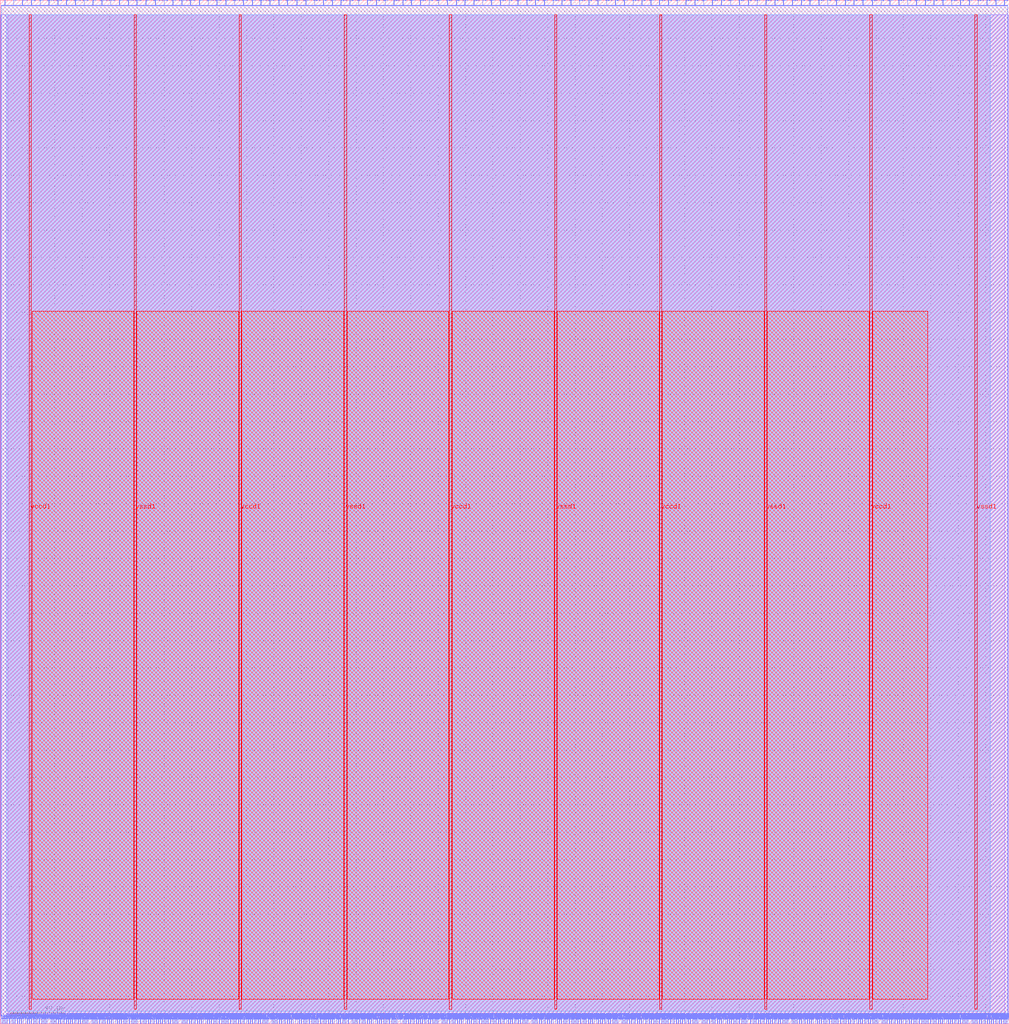
<source format=lef>
VERSION 5.7 ;
  NOWIREEXTENSIONATPIN ON ;
  DIVIDERCHAR "/" ;
  BUSBITCHARS "[]" ;
MACRO user_proj_example
  CLASS BLOCK ;
  FOREIGN user_proj_example ;
  ORIGIN 0.000 0.000 ;
  SIZE 737.295 BY 748.015 ;
  PIN io_in[0]
    DIRECTION INPUT ;
    USE SIGNAL ;
    PORT
      LAYER met2 ;
        RECT 3.310 744.015 3.590 748.015 ;
    END
  END io_in[0]
  PIN io_in[10]
    DIRECTION INPUT ;
    USE SIGNAL ;
    PORT
      LAYER met2 ;
        RECT 196.970 744.015 197.250 748.015 ;
    END
  END io_in[10]
  PIN io_in[11]
    DIRECTION INPUT ;
    USE SIGNAL ;
    PORT
      LAYER met2 ;
        RECT 216.750 744.015 217.030 748.015 ;
    END
  END io_in[11]
  PIN io_in[12]
    DIRECTION INPUT ;
    USE SIGNAL ;
    PORT
      LAYER met2 ;
        RECT 236.070 744.015 236.350 748.015 ;
    END
  END io_in[12]
  PIN io_in[13]
    DIRECTION INPUT ;
    USE SIGNAL ;
    PORT
      LAYER met2 ;
        RECT 255.390 744.015 255.670 748.015 ;
    END
  END io_in[13]
  PIN io_in[14]
    DIRECTION INPUT ;
    USE SIGNAL ;
    PORT
      LAYER met2 ;
        RECT 274.710 744.015 274.990 748.015 ;
    END
  END io_in[14]
  PIN io_in[15]
    DIRECTION INPUT ;
    USE SIGNAL ;
    PORT
      LAYER met2 ;
        RECT 294.030 744.015 294.310 748.015 ;
    END
  END io_in[15]
  PIN io_in[16]
    DIRECTION INPUT ;
    USE SIGNAL ;
    PORT
      LAYER met2 ;
        RECT 313.350 744.015 313.630 748.015 ;
    END
  END io_in[16]
  PIN io_in[17]
    DIRECTION INPUT ;
    USE SIGNAL ;
    PORT
      LAYER met2 ;
        RECT 333.130 744.015 333.410 748.015 ;
    END
  END io_in[17]
  PIN io_in[18]
    DIRECTION INPUT ;
    USE SIGNAL ;
    PORT
      LAYER met2 ;
        RECT 352.450 744.015 352.730 748.015 ;
    END
  END io_in[18]
  PIN io_in[19]
    DIRECTION INPUT ;
    USE SIGNAL ;
    PORT
      LAYER met2 ;
        RECT 371.770 744.015 372.050 748.015 ;
    END
  END io_in[19]
  PIN io_in[1]
    DIRECTION INPUT ;
    USE SIGNAL ;
    PORT
      LAYER met2 ;
        RECT 22.630 744.015 22.910 748.015 ;
    END
  END io_in[1]
  PIN io_in[20]
    DIRECTION INPUT ;
    USE SIGNAL ;
    PORT
      LAYER met2 ;
        RECT 391.090 744.015 391.370 748.015 ;
    END
  END io_in[20]
  PIN io_in[21]
    DIRECTION INPUT ;
    USE SIGNAL ;
    PORT
      LAYER met2 ;
        RECT 410.410 744.015 410.690 748.015 ;
    END
  END io_in[21]
  PIN io_in[22]
    DIRECTION INPUT ;
    USE SIGNAL ;
    PORT
      LAYER met2 ;
        RECT 430.190 744.015 430.470 748.015 ;
    END
  END io_in[22]
  PIN io_in[23]
    DIRECTION INPUT ;
    USE SIGNAL ;
    PORT
      LAYER met2 ;
        RECT 449.510 744.015 449.790 748.015 ;
    END
  END io_in[23]
  PIN io_in[24]
    DIRECTION INPUT ;
    USE SIGNAL ;
    PORT
      LAYER met2 ;
        RECT 468.830 744.015 469.110 748.015 ;
    END
  END io_in[24]
  PIN io_in[25]
    DIRECTION INPUT ;
    USE SIGNAL ;
    PORT
      LAYER met2 ;
        RECT 488.150 744.015 488.430 748.015 ;
    END
  END io_in[25]
  PIN io_in[26]
    DIRECTION INPUT ;
    USE SIGNAL ;
    PORT
      LAYER met2 ;
        RECT 507.470 744.015 507.750 748.015 ;
    END
  END io_in[26]
  PIN io_in[27]
    DIRECTION INPUT ;
    USE SIGNAL ;
    PORT
      LAYER met2 ;
        RECT 526.790 744.015 527.070 748.015 ;
    END
  END io_in[27]
  PIN io_in[28]
    DIRECTION INPUT ;
    USE SIGNAL ;
    PORT
      LAYER met2 ;
        RECT 546.570 744.015 546.850 748.015 ;
    END
  END io_in[28]
  PIN io_in[29]
    DIRECTION INPUT ;
    USE SIGNAL ;
    PORT
      LAYER met2 ;
        RECT 565.890 744.015 566.170 748.015 ;
    END
  END io_in[29]
  PIN io_in[2]
    DIRECTION INPUT ;
    USE SIGNAL ;
    PORT
      LAYER met2 ;
        RECT 41.950 744.015 42.230 748.015 ;
    END
  END io_in[2]
  PIN io_in[30]
    DIRECTION INPUT ;
    USE SIGNAL ;
    PORT
      LAYER met2 ;
        RECT 585.210 744.015 585.490 748.015 ;
    END
  END io_in[30]
  PIN io_in[31]
    DIRECTION INPUT ;
    USE SIGNAL ;
    PORT
      LAYER met2 ;
        RECT 604.530 744.015 604.810 748.015 ;
    END
  END io_in[31]
  PIN io_in[32]
    DIRECTION INPUT ;
    USE SIGNAL ;
    PORT
      LAYER met2 ;
        RECT 623.850 744.015 624.130 748.015 ;
    END
  END io_in[32]
  PIN io_in[33]
    DIRECTION INPUT ;
    USE SIGNAL ;
    PORT
      LAYER met2 ;
        RECT 643.630 744.015 643.910 748.015 ;
    END
  END io_in[33]
  PIN io_in[34]
    DIRECTION INPUT ;
    USE SIGNAL ;
    PORT
      LAYER met2 ;
        RECT 662.950 744.015 663.230 748.015 ;
    END
  END io_in[34]
  PIN io_in[35]
    DIRECTION INPUT ;
    USE SIGNAL ;
    PORT
      LAYER met2 ;
        RECT 682.270 744.015 682.550 748.015 ;
    END
  END io_in[35]
  PIN io_in[36]
    DIRECTION INPUT ;
    USE SIGNAL ;
    PORT
      LAYER met2 ;
        RECT 701.590 744.015 701.870 748.015 ;
    END
  END io_in[36]
  PIN io_in[37]
    DIRECTION INPUT ;
    USE SIGNAL ;
    PORT
      LAYER met2 ;
        RECT 720.910 744.015 721.190 748.015 ;
    END
  END io_in[37]
  PIN io_in[3]
    DIRECTION INPUT ;
    USE SIGNAL ;
    PORT
      LAYER met2 ;
        RECT 61.270 744.015 61.550 748.015 ;
    END
  END io_in[3]
  PIN io_in[4]
    DIRECTION INPUT ;
    USE SIGNAL ;
    PORT
      LAYER met2 ;
        RECT 80.590 744.015 80.870 748.015 ;
    END
  END io_in[4]
  PIN io_in[5]
    DIRECTION INPUT ;
    USE SIGNAL ;
    PORT
      LAYER met2 ;
        RECT 99.910 744.015 100.190 748.015 ;
    END
  END io_in[5]
  PIN io_in[6]
    DIRECTION INPUT ;
    USE SIGNAL ;
    PORT
      LAYER met2 ;
        RECT 119.690 744.015 119.970 748.015 ;
    END
  END io_in[6]
  PIN io_in[7]
    DIRECTION INPUT ;
    USE SIGNAL ;
    PORT
      LAYER met2 ;
        RECT 139.010 744.015 139.290 748.015 ;
    END
  END io_in[7]
  PIN io_in[8]
    DIRECTION INPUT ;
    USE SIGNAL ;
    PORT
      LAYER met2 ;
        RECT 158.330 744.015 158.610 748.015 ;
    END
  END io_in[8]
  PIN io_in[9]
    DIRECTION INPUT ;
    USE SIGNAL ;
    PORT
      LAYER met2 ;
        RECT 177.650 744.015 177.930 748.015 ;
    END
  END io_in[9]
  PIN io_oeb[0]
    DIRECTION OUTPUT TRISTATE ;
    USE SIGNAL ;
    PORT
      LAYER met2 ;
        RECT 9.750 744.015 10.030 748.015 ;
    END
  END io_oeb[0]
  PIN io_oeb[10]
    DIRECTION OUTPUT TRISTATE ;
    USE SIGNAL ;
    PORT
      LAYER met2 ;
        RECT 203.410 744.015 203.690 748.015 ;
    END
  END io_oeb[10]
  PIN io_oeb[11]
    DIRECTION OUTPUT TRISTATE ;
    USE SIGNAL ;
    PORT
      LAYER met2 ;
        RECT 223.190 744.015 223.470 748.015 ;
    END
  END io_oeb[11]
  PIN io_oeb[12]
    DIRECTION OUTPUT TRISTATE ;
    USE SIGNAL ;
    PORT
      LAYER met2 ;
        RECT 242.510 744.015 242.790 748.015 ;
    END
  END io_oeb[12]
  PIN io_oeb[13]
    DIRECTION OUTPUT TRISTATE ;
    USE SIGNAL ;
    PORT
      LAYER met2 ;
        RECT 261.830 744.015 262.110 748.015 ;
    END
  END io_oeb[13]
  PIN io_oeb[14]
    DIRECTION OUTPUT TRISTATE ;
    USE SIGNAL ;
    PORT
      LAYER met2 ;
        RECT 281.150 744.015 281.430 748.015 ;
    END
  END io_oeb[14]
  PIN io_oeb[15]
    DIRECTION OUTPUT TRISTATE ;
    USE SIGNAL ;
    PORT
      LAYER met2 ;
        RECT 300.470 744.015 300.750 748.015 ;
    END
  END io_oeb[15]
  PIN io_oeb[16]
    DIRECTION OUTPUT TRISTATE ;
    USE SIGNAL ;
    PORT
      LAYER met2 ;
        RECT 320.250 744.015 320.530 748.015 ;
    END
  END io_oeb[16]
  PIN io_oeb[17]
    DIRECTION OUTPUT TRISTATE ;
    USE SIGNAL ;
    PORT
      LAYER met2 ;
        RECT 339.570 744.015 339.850 748.015 ;
    END
  END io_oeb[17]
  PIN io_oeb[18]
    DIRECTION OUTPUT TRISTATE ;
    USE SIGNAL ;
    PORT
      LAYER met2 ;
        RECT 358.890 744.015 359.170 748.015 ;
    END
  END io_oeb[18]
  PIN io_oeb[19]
    DIRECTION OUTPUT TRISTATE ;
    USE SIGNAL ;
    PORT
      LAYER met2 ;
        RECT 378.210 744.015 378.490 748.015 ;
    END
  END io_oeb[19]
  PIN io_oeb[1]
    DIRECTION OUTPUT TRISTATE ;
    USE SIGNAL ;
    PORT
      LAYER met2 ;
        RECT 29.070 744.015 29.350 748.015 ;
    END
  END io_oeb[1]
  PIN io_oeb[20]
    DIRECTION OUTPUT TRISTATE ;
    USE SIGNAL ;
    PORT
      LAYER met2 ;
        RECT 397.530 744.015 397.810 748.015 ;
    END
  END io_oeb[20]
  PIN io_oeb[21]
    DIRECTION OUTPUT TRISTATE ;
    USE SIGNAL ;
    PORT
      LAYER met2 ;
        RECT 416.850 744.015 417.130 748.015 ;
    END
  END io_oeb[21]
  PIN io_oeb[22]
    DIRECTION OUTPUT TRISTATE ;
    USE SIGNAL ;
    PORT
      LAYER met2 ;
        RECT 436.630 744.015 436.910 748.015 ;
    END
  END io_oeb[22]
  PIN io_oeb[23]
    DIRECTION OUTPUT TRISTATE ;
    USE SIGNAL ;
    PORT
      LAYER met2 ;
        RECT 455.950 744.015 456.230 748.015 ;
    END
  END io_oeb[23]
  PIN io_oeb[24]
    DIRECTION OUTPUT TRISTATE ;
    USE SIGNAL ;
    PORT
      LAYER met2 ;
        RECT 475.270 744.015 475.550 748.015 ;
    END
  END io_oeb[24]
  PIN io_oeb[25]
    DIRECTION OUTPUT TRISTATE ;
    USE SIGNAL ;
    PORT
      LAYER met2 ;
        RECT 494.590 744.015 494.870 748.015 ;
    END
  END io_oeb[25]
  PIN io_oeb[26]
    DIRECTION OUTPUT TRISTATE ;
    USE SIGNAL ;
    PORT
      LAYER met2 ;
        RECT 513.910 744.015 514.190 748.015 ;
    END
  END io_oeb[26]
  PIN io_oeb[27]
    DIRECTION OUTPUT TRISTATE ;
    USE SIGNAL ;
    PORT
      LAYER met2 ;
        RECT 533.690 744.015 533.970 748.015 ;
    END
  END io_oeb[27]
  PIN io_oeb[28]
    DIRECTION OUTPUT TRISTATE ;
    USE SIGNAL ;
    PORT
      LAYER met2 ;
        RECT 553.010 744.015 553.290 748.015 ;
    END
  END io_oeb[28]
  PIN io_oeb[29]
    DIRECTION OUTPUT TRISTATE ;
    USE SIGNAL ;
    PORT
      LAYER met2 ;
        RECT 572.330 744.015 572.610 748.015 ;
    END
  END io_oeb[29]
  PIN io_oeb[2]
    DIRECTION OUTPUT TRISTATE ;
    USE SIGNAL ;
    PORT
      LAYER met2 ;
        RECT 48.390 744.015 48.670 748.015 ;
    END
  END io_oeb[2]
  PIN io_oeb[30]
    DIRECTION OUTPUT TRISTATE ;
    USE SIGNAL ;
    PORT
      LAYER met2 ;
        RECT 591.650 744.015 591.930 748.015 ;
    END
  END io_oeb[30]
  PIN io_oeb[31]
    DIRECTION OUTPUT TRISTATE ;
    USE SIGNAL ;
    PORT
      LAYER met2 ;
        RECT 610.970 744.015 611.250 748.015 ;
    END
  END io_oeb[31]
  PIN io_oeb[32]
    DIRECTION OUTPUT TRISTATE ;
    USE SIGNAL ;
    PORT
      LAYER met2 ;
        RECT 630.290 744.015 630.570 748.015 ;
    END
  END io_oeb[32]
  PIN io_oeb[33]
    DIRECTION OUTPUT TRISTATE ;
    USE SIGNAL ;
    PORT
      LAYER met2 ;
        RECT 650.070 744.015 650.350 748.015 ;
    END
  END io_oeb[33]
  PIN io_oeb[34]
    DIRECTION OUTPUT TRISTATE ;
    USE SIGNAL ;
    PORT
      LAYER met2 ;
        RECT 669.390 744.015 669.670 748.015 ;
    END
  END io_oeb[34]
  PIN io_oeb[35]
    DIRECTION OUTPUT TRISTATE ;
    USE SIGNAL ;
    PORT
      LAYER met2 ;
        RECT 688.710 744.015 688.990 748.015 ;
    END
  END io_oeb[35]
  PIN io_oeb[36]
    DIRECTION OUTPUT TRISTATE ;
    USE SIGNAL ;
    PORT
      LAYER met2 ;
        RECT 708.030 744.015 708.310 748.015 ;
    END
  END io_oeb[36]
  PIN io_oeb[37]
    DIRECTION OUTPUT TRISTATE ;
    USE SIGNAL ;
    PORT
      LAYER met2 ;
        RECT 727.350 744.015 727.630 748.015 ;
    END
  END io_oeb[37]
  PIN io_oeb[3]
    DIRECTION OUTPUT TRISTATE ;
    USE SIGNAL ;
    PORT
      LAYER met2 ;
        RECT 67.710 744.015 67.990 748.015 ;
    END
  END io_oeb[3]
  PIN io_oeb[4]
    DIRECTION OUTPUT TRISTATE ;
    USE SIGNAL ;
    PORT
      LAYER met2 ;
        RECT 87.030 744.015 87.310 748.015 ;
    END
  END io_oeb[4]
  PIN io_oeb[5]
    DIRECTION OUTPUT TRISTATE ;
    USE SIGNAL ;
    PORT
      LAYER met2 ;
        RECT 106.350 744.015 106.630 748.015 ;
    END
  END io_oeb[5]
  PIN io_oeb[6]
    DIRECTION OUTPUT TRISTATE ;
    USE SIGNAL ;
    PORT
      LAYER met2 ;
        RECT 126.130 744.015 126.410 748.015 ;
    END
  END io_oeb[6]
  PIN io_oeb[7]
    DIRECTION OUTPUT TRISTATE ;
    USE SIGNAL ;
    PORT
      LAYER met2 ;
        RECT 145.450 744.015 145.730 748.015 ;
    END
  END io_oeb[7]
  PIN io_oeb[8]
    DIRECTION OUTPUT TRISTATE ;
    USE SIGNAL ;
    PORT
      LAYER met2 ;
        RECT 164.770 744.015 165.050 748.015 ;
    END
  END io_oeb[8]
  PIN io_oeb[9]
    DIRECTION OUTPUT TRISTATE ;
    USE SIGNAL ;
    PORT
      LAYER met2 ;
        RECT 184.090 744.015 184.370 748.015 ;
    END
  END io_oeb[9]
  PIN io_out[0]
    DIRECTION OUTPUT TRISTATE ;
    USE SIGNAL ;
    PORT
      LAYER met2 ;
        RECT 16.190 744.015 16.470 748.015 ;
    END
  END io_out[0]
  PIN io_out[10]
    DIRECTION OUTPUT TRISTATE ;
    USE SIGNAL ;
    PORT
      LAYER met2 ;
        RECT 209.850 744.015 210.130 748.015 ;
    END
  END io_out[10]
  PIN io_out[11]
    DIRECTION OUTPUT TRISTATE ;
    USE SIGNAL ;
    PORT
      LAYER met2 ;
        RECT 229.630 744.015 229.910 748.015 ;
    END
  END io_out[11]
  PIN io_out[12]
    DIRECTION OUTPUT TRISTATE ;
    USE SIGNAL ;
    PORT
      LAYER met2 ;
        RECT 248.950 744.015 249.230 748.015 ;
    END
  END io_out[12]
  PIN io_out[13]
    DIRECTION OUTPUT TRISTATE ;
    USE SIGNAL ;
    PORT
      LAYER met2 ;
        RECT 268.270 744.015 268.550 748.015 ;
    END
  END io_out[13]
  PIN io_out[14]
    DIRECTION OUTPUT TRISTATE ;
    USE SIGNAL ;
    PORT
      LAYER met2 ;
        RECT 287.590 744.015 287.870 748.015 ;
    END
  END io_out[14]
  PIN io_out[15]
    DIRECTION OUTPUT TRISTATE ;
    USE SIGNAL ;
    PORT
      LAYER met2 ;
        RECT 306.910 744.015 307.190 748.015 ;
    END
  END io_out[15]
  PIN io_out[16]
    DIRECTION OUTPUT TRISTATE ;
    USE SIGNAL ;
    PORT
      LAYER met2 ;
        RECT 326.690 744.015 326.970 748.015 ;
    END
  END io_out[16]
  PIN io_out[17]
    DIRECTION OUTPUT TRISTATE ;
    USE SIGNAL ;
    PORT
      LAYER met2 ;
        RECT 346.010 744.015 346.290 748.015 ;
    END
  END io_out[17]
  PIN io_out[18]
    DIRECTION OUTPUT TRISTATE ;
    USE SIGNAL ;
    PORT
      LAYER met2 ;
        RECT 365.330 744.015 365.610 748.015 ;
    END
  END io_out[18]
  PIN io_out[19]
    DIRECTION OUTPUT TRISTATE ;
    USE SIGNAL ;
    PORT
      LAYER met2 ;
        RECT 384.650 744.015 384.930 748.015 ;
    END
  END io_out[19]
  PIN io_out[1]
    DIRECTION OUTPUT TRISTATE ;
    USE SIGNAL ;
    PORT
      LAYER met2 ;
        RECT 35.510 744.015 35.790 748.015 ;
    END
  END io_out[1]
  PIN io_out[20]
    DIRECTION OUTPUT TRISTATE ;
    USE SIGNAL ;
    PORT
      LAYER met2 ;
        RECT 403.970 744.015 404.250 748.015 ;
    END
  END io_out[20]
  PIN io_out[21]
    DIRECTION OUTPUT TRISTATE ;
    USE SIGNAL ;
    PORT
      LAYER met2 ;
        RECT 423.290 744.015 423.570 748.015 ;
    END
  END io_out[21]
  PIN io_out[22]
    DIRECTION OUTPUT TRISTATE ;
    USE SIGNAL ;
    PORT
      LAYER met2 ;
        RECT 443.070 744.015 443.350 748.015 ;
    END
  END io_out[22]
  PIN io_out[23]
    DIRECTION OUTPUT TRISTATE ;
    USE SIGNAL ;
    PORT
      LAYER met2 ;
        RECT 462.390 744.015 462.670 748.015 ;
    END
  END io_out[23]
  PIN io_out[24]
    DIRECTION OUTPUT TRISTATE ;
    USE SIGNAL ;
    PORT
      LAYER met2 ;
        RECT 481.710 744.015 481.990 748.015 ;
    END
  END io_out[24]
  PIN io_out[25]
    DIRECTION OUTPUT TRISTATE ;
    USE SIGNAL ;
    PORT
      LAYER met2 ;
        RECT 501.030 744.015 501.310 748.015 ;
    END
  END io_out[25]
  PIN io_out[26]
    DIRECTION OUTPUT TRISTATE ;
    USE SIGNAL ;
    PORT
      LAYER met2 ;
        RECT 520.350 744.015 520.630 748.015 ;
    END
  END io_out[26]
  PIN io_out[27]
    DIRECTION OUTPUT TRISTATE ;
    USE SIGNAL ;
    PORT
      LAYER met2 ;
        RECT 540.130 744.015 540.410 748.015 ;
    END
  END io_out[27]
  PIN io_out[28]
    DIRECTION OUTPUT TRISTATE ;
    USE SIGNAL ;
    PORT
      LAYER met2 ;
        RECT 559.450 744.015 559.730 748.015 ;
    END
  END io_out[28]
  PIN io_out[29]
    DIRECTION OUTPUT TRISTATE ;
    USE SIGNAL ;
    PORT
      LAYER met2 ;
        RECT 578.770 744.015 579.050 748.015 ;
    END
  END io_out[29]
  PIN io_out[2]
    DIRECTION OUTPUT TRISTATE ;
    USE SIGNAL ;
    PORT
      LAYER met2 ;
        RECT 54.830 744.015 55.110 748.015 ;
    END
  END io_out[2]
  PIN io_out[30]
    DIRECTION OUTPUT TRISTATE ;
    USE SIGNAL ;
    PORT
      LAYER met2 ;
        RECT 598.090 744.015 598.370 748.015 ;
    END
  END io_out[30]
  PIN io_out[31]
    DIRECTION OUTPUT TRISTATE ;
    USE SIGNAL ;
    PORT
      LAYER met2 ;
        RECT 617.410 744.015 617.690 748.015 ;
    END
  END io_out[31]
  PIN io_out[32]
    DIRECTION OUTPUT TRISTATE ;
    USE SIGNAL ;
    PORT
      LAYER met2 ;
        RECT 637.190 744.015 637.470 748.015 ;
    END
  END io_out[32]
  PIN io_out[33]
    DIRECTION OUTPUT TRISTATE ;
    USE SIGNAL ;
    PORT
      LAYER met2 ;
        RECT 656.510 744.015 656.790 748.015 ;
    END
  END io_out[33]
  PIN io_out[34]
    DIRECTION OUTPUT TRISTATE ;
    USE SIGNAL ;
    PORT
      LAYER met2 ;
        RECT 675.830 744.015 676.110 748.015 ;
    END
  END io_out[34]
  PIN io_out[35]
    DIRECTION OUTPUT TRISTATE ;
    USE SIGNAL ;
    PORT
      LAYER met2 ;
        RECT 695.150 744.015 695.430 748.015 ;
    END
  END io_out[35]
  PIN io_out[36]
    DIRECTION OUTPUT TRISTATE ;
    USE SIGNAL ;
    PORT
      LAYER met2 ;
        RECT 714.470 744.015 714.750 748.015 ;
    END
  END io_out[36]
  PIN io_out[37]
    DIRECTION OUTPUT TRISTATE ;
    USE SIGNAL ;
    PORT
      LAYER met2 ;
        RECT 733.790 744.015 734.070 748.015 ;
    END
  END io_out[37]
  PIN io_out[3]
    DIRECTION OUTPUT TRISTATE ;
    USE SIGNAL ;
    PORT
      LAYER met2 ;
        RECT 74.150 744.015 74.430 748.015 ;
    END
  END io_out[3]
  PIN io_out[4]
    DIRECTION OUTPUT TRISTATE ;
    USE SIGNAL ;
    PORT
      LAYER met2 ;
        RECT 93.470 744.015 93.750 748.015 ;
    END
  END io_out[4]
  PIN io_out[5]
    DIRECTION OUTPUT TRISTATE ;
    USE SIGNAL ;
    PORT
      LAYER met2 ;
        RECT 113.250 744.015 113.530 748.015 ;
    END
  END io_out[5]
  PIN io_out[6]
    DIRECTION OUTPUT TRISTATE ;
    USE SIGNAL ;
    PORT
      LAYER met2 ;
        RECT 132.570 744.015 132.850 748.015 ;
    END
  END io_out[6]
  PIN io_out[7]
    DIRECTION OUTPUT TRISTATE ;
    USE SIGNAL ;
    PORT
      LAYER met2 ;
        RECT 151.890 744.015 152.170 748.015 ;
    END
  END io_out[7]
  PIN io_out[8]
    DIRECTION OUTPUT TRISTATE ;
    USE SIGNAL ;
    PORT
      LAYER met2 ;
        RECT 171.210 744.015 171.490 748.015 ;
    END
  END io_out[8]
  PIN io_out[9]
    DIRECTION OUTPUT TRISTATE ;
    USE SIGNAL ;
    PORT
      LAYER met2 ;
        RECT 190.530 744.015 190.810 748.015 ;
    END
  END io_out[9]
  PIN irq[0]
    DIRECTION OUTPUT TRISTATE ;
    USE SIGNAL ;
    PORT
      LAYER met2 ;
        RECT 733.330 0.000 733.610 4.000 ;
    END
  END irq[0]
  PIN irq[1]
    DIRECTION OUTPUT TRISTATE ;
    USE SIGNAL ;
    PORT
      LAYER met2 ;
        RECT 734.710 0.000 734.990 4.000 ;
    END
  END irq[1]
  PIN irq[2]
    DIRECTION OUTPUT TRISTATE ;
    USE SIGNAL ;
    PORT
      LAYER met2 ;
        RECT 736.090 0.000 736.370 4.000 ;
    END
  END irq[2]
  PIN la_data_in[0]
    DIRECTION INPUT ;
    USE SIGNAL ;
    PORT
      LAYER met2 ;
        RECT 158.790 0.000 159.070 4.000 ;
    END
  END la_data_in[0]
  PIN la_data_in[100]
    DIRECTION INPUT ;
    USE SIGNAL ;
    PORT
      LAYER met2 ;
        RECT 607.750 0.000 608.030 4.000 ;
    END
  END la_data_in[100]
  PIN la_data_in[101]
    DIRECTION INPUT ;
    USE SIGNAL ;
    PORT
      LAYER met2 ;
        RECT 611.890 0.000 612.170 4.000 ;
    END
  END la_data_in[101]
  PIN la_data_in[102]
    DIRECTION INPUT ;
    USE SIGNAL ;
    PORT
      LAYER met2 ;
        RECT 616.490 0.000 616.770 4.000 ;
    END
  END la_data_in[102]
  PIN la_data_in[103]
    DIRECTION INPUT ;
    USE SIGNAL ;
    PORT
      LAYER met2 ;
        RECT 621.090 0.000 621.370 4.000 ;
    END
  END la_data_in[103]
  PIN la_data_in[104]
    DIRECTION INPUT ;
    USE SIGNAL ;
    PORT
      LAYER met2 ;
        RECT 625.690 0.000 625.970 4.000 ;
    END
  END la_data_in[104]
  PIN la_data_in[105]
    DIRECTION INPUT ;
    USE SIGNAL ;
    PORT
      LAYER met2 ;
        RECT 629.830 0.000 630.110 4.000 ;
    END
  END la_data_in[105]
  PIN la_data_in[106]
    DIRECTION INPUT ;
    USE SIGNAL ;
    PORT
      LAYER met2 ;
        RECT 634.430 0.000 634.710 4.000 ;
    END
  END la_data_in[106]
  PIN la_data_in[107]
    DIRECTION INPUT ;
    USE SIGNAL ;
    PORT
      LAYER met2 ;
        RECT 639.030 0.000 639.310 4.000 ;
    END
  END la_data_in[107]
  PIN la_data_in[108]
    DIRECTION INPUT ;
    USE SIGNAL ;
    PORT
      LAYER met2 ;
        RECT 643.630 0.000 643.910 4.000 ;
    END
  END la_data_in[108]
  PIN la_data_in[109]
    DIRECTION INPUT ;
    USE SIGNAL ;
    PORT
      LAYER met2 ;
        RECT 647.770 0.000 648.050 4.000 ;
    END
  END la_data_in[109]
  PIN la_data_in[10]
    DIRECTION INPUT ;
    USE SIGNAL ;
    PORT
      LAYER met2 ;
        RECT 203.870 0.000 204.150 4.000 ;
    END
  END la_data_in[10]
  PIN la_data_in[110]
    DIRECTION INPUT ;
    USE SIGNAL ;
    PORT
      LAYER met2 ;
        RECT 652.370 0.000 652.650 4.000 ;
    END
  END la_data_in[110]
  PIN la_data_in[111]
    DIRECTION INPUT ;
    USE SIGNAL ;
    PORT
      LAYER met2 ;
        RECT 656.970 0.000 657.250 4.000 ;
    END
  END la_data_in[111]
  PIN la_data_in[112]
    DIRECTION INPUT ;
    USE SIGNAL ;
    PORT
      LAYER met2 ;
        RECT 661.570 0.000 661.850 4.000 ;
    END
  END la_data_in[112]
  PIN la_data_in[113]
    DIRECTION INPUT ;
    USE SIGNAL ;
    PORT
      LAYER met2 ;
        RECT 665.710 0.000 665.990 4.000 ;
    END
  END la_data_in[113]
  PIN la_data_in[114]
    DIRECTION INPUT ;
    USE SIGNAL ;
    PORT
      LAYER met2 ;
        RECT 670.310 0.000 670.590 4.000 ;
    END
  END la_data_in[114]
  PIN la_data_in[115]
    DIRECTION INPUT ;
    USE SIGNAL ;
    PORT
      LAYER met2 ;
        RECT 674.910 0.000 675.190 4.000 ;
    END
  END la_data_in[115]
  PIN la_data_in[116]
    DIRECTION INPUT ;
    USE SIGNAL ;
    PORT
      LAYER met2 ;
        RECT 679.510 0.000 679.790 4.000 ;
    END
  END la_data_in[116]
  PIN la_data_in[117]
    DIRECTION INPUT ;
    USE SIGNAL ;
    PORT
      LAYER met2 ;
        RECT 683.650 0.000 683.930 4.000 ;
    END
  END la_data_in[117]
  PIN la_data_in[118]
    DIRECTION INPUT ;
    USE SIGNAL ;
    PORT
      LAYER met2 ;
        RECT 688.250 0.000 688.530 4.000 ;
    END
  END la_data_in[118]
  PIN la_data_in[119]
    DIRECTION INPUT ;
    USE SIGNAL ;
    PORT
      LAYER met2 ;
        RECT 692.850 0.000 693.130 4.000 ;
    END
  END la_data_in[119]
  PIN la_data_in[11]
    DIRECTION INPUT ;
    USE SIGNAL ;
    PORT
      LAYER met2 ;
        RECT 208.010 0.000 208.290 4.000 ;
    END
  END la_data_in[11]
  PIN la_data_in[120]
    DIRECTION INPUT ;
    USE SIGNAL ;
    PORT
      LAYER met2 ;
        RECT 697.450 0.000 697.730 4.000 ;
    END
  END la_data_in[120]
  PIN la_data_in[121]
    DIRECTION INPUT ;
    USE SIGNAL ;
    PORT
      LAYER met2 ;
        RECT 701.590 0.000 701.870 4.000 ;
    END
  END la_data_in[121]
  PIN la_data_in[122]
    DIRECTION INPUT ;
    USE SIGNAL ;
    PORT
      LAYER met2 ;
        RECT 706.190 0.000 706.470 4.000 ;
    END
  END la_data_in[122]
  PIN la_data_in[123]
    DIRECTION INPUT ;
    USE SIGNAL ;
    PORT
      LAYER met2 ;
        RECT 710.790 0.000 711.070 4.000 ;
    END
  END la_data_in[123]
  PIN la_data_in[124]
    DIRECTION INPUT ;
    USE SIGNAL ;
    PORT
      LAYER met2 ;
        RECT 715.390 0.000 715.670 4.000 ;
    END
  END la_data_in[124]
  PIN la_data_in[125]
    DIRECTION INPUT ;
    USE SIGNAL ;
    PORT
      LAYER met2 ;
        RECT 719.530 0.000 719.810 4.000 ;
    END
  END la_data_in[125]
  PIN la_data_in[126]
    DIRECTION INPUT ;
    USE SIGNAL ;
    PORT
      LAYER met2 ;
        RECT 724.130 0.000 724.410 4.000 ;
    END
  END la_data_in[126]
  PIN la_data_in[127]
    DIRECTION INPUT ;
    USE SIGNAL ;
    PORT
      LAYER met2 ;
        RECT 728.730 0.000 729.010 4.000 ;
    END
  END la_data_in[127]
  PIN la_data_in[12]
    DIRECTION INPUT ;
    USE SIGNAL ;
    PORT
      LAYER met2 ;
        RECT 212.610 0.000 212.890 4.000 ;
    END
  END la_data_in[12]
  PIN la_data_in[13]
    DIRECTION INPUT ;
    USE SIGNAL ;
    PORT
      LAYER met2 ;
        RECT 217.210 0.000 217.490 4.000 ;
    END
  END la_data_in[13]
  PIN la_data_in[14]
    DIRECTION INPUT ;
    USE SIGNAL ;
    PORT
      LAYER met2 ;
        RECT 221.810 0.000 222.090 4.000 ;
    END
  END la_data_in[14]
  PIN la_data_in[15]
    DIRECTION INPUT ;
    USE SIGNAL ;
    PORT
      LAYER met2 ;
        RECT 225.950 0.000 226.230 4.000 ;
    END
  END la_data_in[15]
  PIN la_data_in[16]
    DIRECTION INPUT ;
    USE SIGNAL ;
    PORT
      LAYER met2 ;
        RECT 230.550 0.000 230.830 4.000 ;
    END
  END la_data_in[16]
  PIN la_data_in[17]
    DIRECTION INPUT ;
    USE SIGNAL ;
    PORT
      LAYER met2 ;
        RECT 235.150 0.000 235.430 4.000 ;
    END
  END la_data_in[17]
  PIN la_data_in[18]
    DIRECTION INPUT ;
    USE SIGNAL ;
    PORT
      LAYER met2 ;
        RECT 239.750 0.000 240.030 4.000 ;
    END
  END la_data_in[18]
  PIN la_data_in[19]
    DIRECTION INPUT ;
    USE SIGNAL ;
    PORT
      LAYER met2 ;
        RECT 243.890 0.000 244.170 4.000 ;
    END
  END la_data_in[19]
  PIN la_data_in[1]
    DIRECTION INPUT ;
    USE SIGNAL ;
    PORT
      LAYER met2 ;
        RECT 163.390 0.000 163.670 4.000 ;
    END
  END la_data_in[1]
  PIN la_data_in[20]
    DIRECTION INPUT ;
    USE SIGNAL ;
    PORT
      LAYER met2 ;
        RECT 248.490 0.000 248.770 4.000 ;
    END
  END la_data_in[20]
  PIN la_data_in[21]
    DIRECTION INPUT ;
    USE SIGNAL ;
    PORT
      LAYER met2 ;
        RECT 253.090 0.000 253.370 4.000 ;
    END
  END la_data_in[21]
  PIN la_data_in[22]
    DIRECTION INPUT ;
    USE SIGNAL ;
    PORT
      LAYER met2 ;
        RECT 257.690 0.000 257.970 4.000 ;
    END
  END la_data_in[22]
  PIN la_data_in[23]
    DIRECTION INPUT ;
    USE SIGNAL ;
    PORT
      LAYER met2 ;
        RECT 262.290 0.000 262.570 4.000 ;
    END
  END la_data_in[23]
  PIN la_data_in[24]
    DIRECTION INPUT ;
    USE SIGNAL ;
    PORT
      LAYER met2 ;
        RECT 266.430 0.000 266.710 4.000 ;
    END
  END la_data_in[24]
  PIN la_data_in[25]
    DIRECTION INPUT ;
    USE SIGNAL ;
    PORT
      LAYER met2 ;
        RECT 271.030 0.000 271.310 4.000 ;
    END
  END la_data_in[25]
  PIN la_data_in[26]
    DIRECTION INPUT ;
    USE SIGNAL ;
    PORT
      LAYER met2 ;
        RECT 275.630 0.000 275.910 4.000 ;
    END
  END la_data_in[26]
  PIN la_data_in[27]
    DIRECTION INPUT ;
    USE SIGNAL ;
    PORT
      LAYER met2 ;
        RECT 280.230 0.000 280.510 4.000 ;
    END
  END la_data_in[27]
  PIN la_data_in[28]
    DIRECTION INPUT ;
    USE SIGNAL ;
    PORT
      LAYER met2 ;
        RECT 284.370 0.000 284.650 4.000 ;
    END
  END la_data_in[28]
  PIN la_data_in[29]
    DIRECTION INPUT ;
    USE SIGNAL ;
    PORT
      LAYER met2 ;
        RECT 288.970 0.000 289.250 4.000 ;
    END
  END la_data_in[29]
  PIN la_data_in[2]
    DIRECTION INPUT ;
    USE SIGNAL ;
    PORT
      LAYER met2 ;
        RECT 167.990 0.000 168.270 4.000 ;
    END
  END la_data_in[2]
  PIN la_data_in[30]
    DIRECTION INPUT ;
    USE SIGNAL ;
    PORT
      LAYER met2 ;
        RECT 293.570 0.000 293.850 4.000 ;
    END
  END la_data_in[30]
  PIN la_data_in[31]
    DIRECTION INPUT ;
    USE SIGNAL ;
    PORT
      LAYER met2 ;
        RECT 298.170 0.000 298.450 4.000 ;
    END
  END la_data_in[31]
  PIN la_data_in[32]
    DIRECTION INPUT ;
    USE SIGNAL ;
    PORT
      LAYER met2 ;
        RECT 302.310 0.000 302.590 4.000 ;
    END
  END la_data_in[32]
  PIN la_data_in[33]
    DIRECTION INPUT ;
    USE SIGNAL ;
    PORT
      LAYER met2 ;
        RECT 306.910 0.000 307.190 4.000 ;
    END
  END la_data_in[33]
  PIN la_data_in[34]
    DIRECTION INPUT ;
    USE SIGNAL ;
    PORT
      LAYER met2 ;
        RECT 311.510 0.000 311.790 4.000 ;
    END
  END la_data_in[34]
  PIN la_data_in[35]
    DIRECTION INPUT ;
    USE SIGNAL ;
    PORT
      LAYER met2 ;
        RECT 316.110 0.000 316.390 4.000 ;
    END
  END la_data_in[35]
  PIN la_data_in[36]
    DIRECTION INPUT ;
    USE SIGNAL ;
    PORT
      LAYER met2 ;
        RECT 320.250 0.000 320.530 4.000 ;
    END
  END la_data_in[36]
  PIN la_data_in[37]
    DIRECTION INPUT ;
    USE SIGNAL ;
    PORT
      LAYER met2 ;
        RECT 324.850 0.000 325.130 4.000 ;
    END
  END la_data_in[37]
  PIN la_data_in[38]
    DIRECTION INPUT ;
    USE SIGNAL ;
    PORT
      LAYER met2 ;
        RECT 329.450 0.000 329.730 4.000 ;
    END
  END la_data_in[38]
  PIN la_data_in[39]
    DIRECTION INPUT ;
    USE SIGNAL ;
    PORT
      LAYER met2 ;
        RECT 334.050 0.000 334.330 4.000 ;
    END
  END la_data_in[39]
  PIN la_data_in[3]
    DIRECTION INPUT ;
    USE SIGNAL ;
    PORT
      LAYER met2 ;
        RECT 172.130 0.000 172.410 4.000 ;
    END
  END la_data_in[3]
  PIN la_data_in[40]
    DIRECTION INPUT ;
    USE SIGNAL ;
    PORT
      LAYER met2 ;
        RECT 338.190 0.000 338.470 4.000 ;
    END
  END la_data_in[40]
  PIN la_data_in[41]
    DIRECTION INPUT ;
    USE SIGNAL ;
    PORT
      LAYER met2 ;
        RECT 342.790 0.000 343.070 4.000 ;
    END
  END la_data_in[41]
  PIN la_data_in[42]
    DIRECTION INPUT ;
    USE SIGNAL ;
    PORT
      LAYER met2 ;
        RECT 347.390 0.000 347.670 4.000 ;
    END
  END la_data_in[42]
  PIN la_data_in[43]
    DIRECTION INPUT ;
    USE SIGNAL ;
    PORT
      LAYER met2 ;
        RECT 351.990 0.000 352.270 4.000 ;
    END
  END la_data_in[43]
  PIN la_data_in[44]
    DIRECTION INPUT ;
    USE SIGNAL ;
    PORT
      LAYER met2 ;
        RECT 356.130 0.000 356.410 4.000 ;
    END
  END la_data_in[44]
  PIN la_data_in[45]
    DIRECTION INPUT ;
    USE SIGNAL ;
    PORT
      LAYER met2 ;
        RECT 360.730 0.000 361.010 4.000 ;
    END
  END la_data_in[45]
  PIN la_data_in[46]
    DIRECTION INPUT ;
    USE SIGNAL ;
    PORT
      LAYER met2 ;
        RECT 365.330 0.000 365.610 4.000 ;
    END
  END la_data_in[46]
  PIN la_data_in[47]
    DIRECTION INPUT ;
    USE SIGNAL ;
    PORT
      LAYER met2 ;
        RECT 369.930 0.000 370.210 4.000 ;
    END
  END la_data_in[47]
  PIN la_data_in[48]
    DIRECTION INPUT ;
    USE SIGNAL ;
    PORT
      LAYER met2 ;
        RECT 374.070 0.000 374.350 4.000 ;
    END
  END la_data_in[48]
  PIN la_data_in[49]
    DIRECTION INPUT ;
    USE SIGNAL ;
    PORT
      LAYER met2 ;
        RECT 378.670 0.000 378.950 4.000 ;
    END
  END la_data_in[49]
  PIN la_data_in[4]
    DIRECTION INPUT ;
    USE SIGNAL ;
    PORT
      LAYER met2 ;
        RECT 176.730 0.000 177.010 4.000 ;
    END
  END la_data_in[4]
  PIN la_data_in[50]
    DIRECTION INPUT ;
    USE SIGNAL ;
    PORT
      LAYER met2 ;
        RECT 383.270 0.000 383.550 4.000 ;
    END
  END la_data_in[50]
  PIN la_data_in[51]
    DIRECTION INPUT ;
    USE SIGNAL ;
    PORT
      LAYER met2 ;
        RECT 387.870 0.000 388.150 4.000 ;
    END
  END la_data_in[51]
  PIN la_data_in[52]
    DIRECTION INPUT ;
    USE SIGNAL ;
    PORT
      LAYER met2 ;
        RECT 392.010 0.000 392.290 4.000 ;
    END
  END la_data_in[52]
  PIN la_data_in[53]
    DIRECTION INPUT ;
    USE SIGNAL ;
    PORT
      LAYER met2 ;
        RECT 396.610 0.000 396.890 4.000 ;
    END
  END la_data_in[53]
  PIN la_data_in[54]
    DIRECTION INPUT ;
    USE SIGNAL ;
    PORT
      LAYER met2 ;
        RECT 401.210 0.000 401.490 4.000 ;
    END
  END la_data_in[54]
  PIN la_data_in[55]
    DIRECTION INPUT ;
    USE SIGNAL ;
    PORT
      LAYER met2 ;
        RECT 405.810 0.000 406.090 4.000 ;
    END
  END la_data_in[55]
  PIN la_data_in[56]
    DIRECTION INPUT ;
    USE SIGNAL ;
    PORT
      LAYER met2 ;
        RECT 409.950 0.000 410.230 4.000 ;
    END
  END la_data_in[56]
  PIN la_data_in[57]
    DIRECTION INPUT ;
    USE SIGNAL ;
    PORT
      LAYER met2 ;
        RECT 414.550 0.000 414.830 4.000 ;
    END
  END la_data_in[57]
  PIN la_data_in[58]
    DIRECTION INPUT ;
    USE SIGNAL ;
    PORT
      LAYER met2 ;
        RECT 419.150 0.000 419.430 4.000 ;
    END
  END la_data_in[58]
  PIN la_data_in[59]
    DIRECTION INPUT ;
    USE SIGNAL ;
    PORT
      LAYER met2 ;
        RECT 423.750 0.000 424.030 4.000 ;
    END
  END la_data_in[59]
  PIN la_data_in[5]
    DIRECTION INPUT ;
    USE SIGNAL ;
    PORT
      LAYER met2 ;
        RECT 181.330 0.000 181.610 4.000 ;
    END
  END la_data_in[5]
  PIN la_data_in[60]
    DIRECTION INPUT ;
    USE SIGNAL ;
    PORT
      LAYER met2 ;
        RECT 427.890 0.000 428.170 4.000 ;
    END
  END la_data_in[60]
  PIN la_data_in[61]
    DIRECTION INPUT ;
    USE SIGNAL ;
    PORT
      LAYER met2 ;
        RECT 432.490 0.000 432.770 4.000 ;
    END
  END la_data_in[61]
  PIN la_data_in[62]
    DIRECTION INPUT ;
    USE SIGNAL ;
    PORT
      LAYER met2 ;
        RECT 437.090 0.000 437.370 4.000 ;
    END
  END la_data_in[62]
  PIN la_data_in[63]
    DIRECTION INPUT ;
    USE SIGNAL ;
    PORT
      LAYER met2 ;
        RECT 441.690 0.000 441.970 4.000 ;
    END
  END la_data_in[63]
  PIN la_data_in[64]
    DIRECTION INPUT ;
    USE SIGNAL ;
    PORT
      LAYER met2 ;
        RECT 445.830 0.000 446.110 4.000 ;
    END
  END la_data_in[64]
  PIN la_data_in[65]
    DIRECTION INPUT ;
    USE SIGNAL ;
    PORT
      LAYER met2 ;
        RECT 450.430 0.000 450.710 4.000 ;
    END
  END la_data_in[65]
  PIN la_data_in[66]
    DIRECTION INPUT ;
    USE SIGNAL ;
    PORT
      LAYER met2 ;
        RECT 455.030 0.000 455.310 4.000 ;
    END
  END la_data_in[66]
  PIN la_data_in[67]
    DIRECTION INPUT ;
    USE SIGNAL ;
    PORT
      LAYER met2 ;
        RECT 459.630 0.000 459.910 4.000 ;
    END
  END la_data_in[67]
  PIN la_data_in[68]
    DIRECTION INPUT ;
    USE SIGNAL ;
    PORT
      LAYER met2 ;
        RECT 463.770 0.000 464.050 4.000 ;
    END
  END la_data_in[68]
  PIN la_data_in[69]
    DIRECTION INPUT ;
    USE SIGNAL ;
    PORT
      LAYER met2 ;
        RECT 468.370 0.000 468.650 4.000 ;
    END
  END la_data_in[69]
  PIN la_data_in[6]
    DIRECTION INPUT ;
    USE SIGNAL ;
    PORT
      LAYER met2 ;
        RECT 185.930 0.000 186.210 4.000 ;
    END
  END la_data_in[6]
  PIN la_data_in[70]
    DIRECTION INPUT ;
    USE SIGNAL ;
    PORT
      LAYER met2 ;
        RECT 472.970 0.000 473.250 4.000 ;
    END
  END la_data_in[70]
  PIN la_data_in[71]
    DIRECTION INPUT ;
    USE SIGNAL ;
    PORT
      LAYER met2 ;
        RECT 477.570 0.000 477.850 4.000 ;
    END
  END la_data_in[71]
  PIN la_data_in[72]
    DIRECTION INPUT ;
    USE SIGNAL ;
    PORT
      LAYER met2 ;
        RECT 481.710 0.000 481.990 4.000 ;
    END
  END la_data_in[72]
  PIN la_data_in[73]
    DIRECTION INPUT ;
    USE SIGNAL ;
    PORT
      LAYER met2 ;
        RECT 486.310 0.000 486.590 4.000 ;
    END
  END la_data_in[73]
  PIN la_data_in[74]
    DIRECTION INPUT ;
    USE SIGNAL ;
    PORT
      LAYER met2 ;
        RECT 490.910 0.000 491.190 4.000 ;
    END
  END la_data_in[74]
  PIN la_data_in[75]
    DIRECTION INPUT ;
    USE SIGNAL ;
    PORT
      LAYER met2 ;
        RECT 495.510 0.000 495.790 4.000 ;
    END
  END la_data_in[75]
  PIN la_data_in[76]
    DIRECTION INPUT ;
    USE SIGNAL ;
    PORT
      LAYER met2 ;
        RECT 500.110 0.000 500.390 4.000 ;
    END
  END la_data_in[76]
  PIN la_data_in[77]
    DIRECTION INPUT ;
    USE SIGNAL ;
    PORT
      LAYER met2 ;
        RECT 504.250 0.000 504.530 4.000 ;
    END
  END la_data_in[77]
  PIN la_data_in[78]
    DIRECTION INPUT ;
    USE SIGNAL ;
    PORT
      LAYER met2 ;
        RECT 508.850 0.000 509.130 4.000 ;
    END
  END la_data_in[78]
  PIN la_data_in[79]
    DIRECTION INPUT ;
    USE SIGNAL ;
    PORT
      LAYER met2 ;
        RECT 513.450 0.000 513.730 4.000 ;
    END
  END la_data_in[79]
  PIN la_data_in[7]
    DIRECTION INPUT ;
    USE SIGNAL ;
    PORT
      LAYER met2 ;
        RECT 190.070 0.000 190.350 4.000 ;
    END
  END la_data_in[7]
  PIN la_data_in[80]
    DIRECTION INPUT ;
    USE SIGNAL ;
    PORT
      LAYER met2 ;
        RECT 518.050 0.000 518.330 4.000 ;
    END
  END la_data_in[80]
  PIN la_data_in[81]
    DIRECTION INPUT ;
    USE SIGNAL ;
    PORT
      LAYER met2 ;
        RECT 522.190 0.000 522.470 4.000 ;
    END
  END la_data_in[81]
  PIN la_data_in[82]
    DIRECTION INPUT ;
    USE SIGNAL ;
    PORT
      LAYER met2 ;
        RECT 526.790 0.000 527.070 4.000 ;
    END
  END la_data_in[82]
  PIN la_data_in[83]
    DIRECTION INPUT ;
    USE SIGNAL ;
    PORT
      LAYER met2 ;
        RECT 531.390 0.000 531.670 4.000 ;
    END
  END la_data_in[83]
  PIN la_data_in[84]
    DIRECTION INPUT ;
    USE SIGNAL ;
    PORT
      LAYER met2 ;
        RECT 535.990 0.000 536.270 4.000 ;
    END
  END la_data_in[84]
  PIN la_data_in[85]
    DIRECTION INPUT ;
    USE SIGNAL ;
    PORT
      LAYER met2 ;
        RECT 540.130 0.000 540.410 4.000 ;
    END
  END la_data_in[85]
  PIN la_data_in[86]
    DIRECTION INPUT ;
    USE SIGNAL ;
    PORT
      LAYER met2 ;
        RECT 544.730 0.000 545.010 4.000 ;
    END
  END la_data_in[86]
  PIN la_data_in[87]
    DIRECTION INPUT ;
    USE SIGNAL ;
    PORT
      LAYER met2 ;
        RECT 549.330 0.000 549.610 4.000 ;
    END
  END la_data_in[87]
  PIN la_data_in[88]
    DIRECTION INPUT ;
    USE SIGNAL ;
    PORT
      LAYER met2 ;
        RECT 553.930 0.000 554.210 4.000 ;
    END
  END la_data_in[88]
  PIN la_data_in[89]
    DIRECTION INPUT ;
    USE SIGNAL ;
    PORT
      LAYER met2 ;
        RECT 558.070 0.000 558.350 4.000 ;
    END
  END la_data_in[89]
  PIN la_data_in[8]
    DIRECTION INPUT ;
    USE SIGNAL ;
    PORT
      LAYER met2 ;
        RECT 194.670 0.000 194.950 4.000 ;
    END
  END la_data_in[8]
  PIN la_data_in[90]
    DIRECTION INPUT ;
    USE SIGNAL ;
    PORT
      LAYER met2 ;
        RECT 562.670 0.000 562.950 4.000 ;
    END
  END la_data_in[90]
  PIN la_data_in[91]
    DIRECTION INPUT ;
    USE SIGNAL ;
    PORT
      LAYER met2 ;
        RECT 567.270 0.000 567.550 4.000 ;
    END
  END la_data_in[91]
  PIN la_data_in[92]
    DIRECTION INPUT ;
    USE SIGNAL ;
    PORT
      LAYER met2 ;
        RECT 571.870 0.000 572.150 4.000 ;
    END
  END la_data_in[92]
  PIN la_data_in[93]
    DIRECTION INPUT ;
    USE SIGNAL ;
    PORT
      LAYER met2 ;
        RECT 576.010 0.000 576.290 4.000 ;
    END
  END la_data_in[93]
  PIN la_data_in[94]
    DIRECTION INPUT ;
    USE SIGNAL ;
    PORT
      LAYER met2 ;
        RECT 580.610 0.000 580.890 4.000 ;
    END
  END la_data_in[94]
  PIN la_data_in[95]
    DIRECTION INPUT ;
    USE SIGNAL ;
    PORT
      LAYER met2 ;
        RECT 585.210 0.000 585.490 4.000 ;
    END
  END la_data_in[95]
  PIN la_data_in[96]
    DIRECTION INPUT ;
    USE SIGNAL ;
    PORT
      LAYER met2 ;
        RECT 589.810 0.000 590.090 4.000 ;
    END
  END la_data_in[96]
  PIN la_data_in[97]
    DIRECTION INPUT ;
    USE SIGNAL ;
    PORT
      LAYER met2 ;
        RECT 593.950 0.000 594.230 4.000 ;
    END
  END la_data_in[97]
  PIN la_data_in[98]
    DIRECTION INPUT ;
    USE SIGNAL ;
    PORT
      LAYER met2 ;
        RECT 598.550 0.000 598.830 4.000 ;
    END
  END la_data_in[98]
  PIN la_data_in[99]
    DIRECTION INPUT ;
    USE SIGNAL ;
    PORT
      LAYER met2 ;
        RECT 603.150 0.000 603.430 4.000 ;
    END
  END la_data_in[99]
  PIN la_data_in[9]
    DIRECTION INPUT ;
    USE SIGNAL ;
    PORT
      LAYER met2 ;
        RECT 199.270 0.000 199.550 4.000 ;
    END
  END la_data_in[9]
  PIN la_data_out[0]
    DIRECTION OUTPUT TRISTATE ;
    USE SIGNAL ;
    PORT
      LAYER met2 ;
        RECT 160.170 0.000 160.450 4.000 ;
    END
  END la_data_out[0]
  PIN la_data_out[100]
    DIRECTION OUTPUT TRISTATE ;
    USE SIGNAL ;
    PORT
      LAYER met2 ;
        RECT 609.130 0.000 609.410 4.000 ;
    END
  END la_data_out[100]
  PIN la_data_out[101]
    DIRECTION OUTPUT TRISTATE ;
    USE SIGNAL ;
    PORT
      LAYER met2 ;
        RECT 613.730 0.000 614.010 4.000 ;
    END
  END la_data_out[101]
  PIN la_data_out[102]
    DIRECTION OUTPUT TRISTATE ;
    USE SIGNAL ;
    PORT
      LAYER met2 ;
        RECT 617.870 0.000 618.150 4.000 ;
    END
  END la_data_out[102]
  PIN la_data_out[103]
    DIRECTION OUTPUT TRISTATE ;
    USE SIGNAL ;
    PORT
      LAYER met2 ;
        RECT 622.470 0.000 622.750 4.000 ;
    END
  END la_data_out[103]
  PIN la_data_out[104]
    DIRECTION OUTPUT TRISTATE ;
    USE SIGNAL ;
    PORT
      LAYER met2 ;
        RECT 627.070 0.000 627.350 4.000 ;
    END
  END la_data_out[104]
  PIN la_data_out[105]
    DIRECTION OUTPUT TRISTATE ;
    USE SIGNAL ;
    PORT
      LAYER met2 ;
        RECT 631.670 0.000 631.950 4.000 ;
    END
  END la_data_out[105]
  PIN la_data_out[106]
    DIRECTION OUTPUT TRISTATE ;
    USE SIGNAL ;
    PORT
      LAYER met2 ;
        RECT 635.810 0.000 636.090 4.000 ;
    END
  END la_data_out[106]
  PIN la_data_out[107]
    DIRECTION OUTPUT TRISTATE ;
    USE SIGNAL ;
    PORT
      LAYER met2 ;
        RECT 640.410 0.000 640.690 4.000 ;
    END
  END la_data_out[107]
  PIN la_data_out[108]
    DIRECTION OUTPUT TRISTATE ;
    USE SIGNAL ;
    PORT
      LAYER met2 ;
        RECT 645.010 0.000 645.290 4.000 ;
    END
  END la_data_out[108]
  PIN la_data_out[109]
    DIRECTION OUTPUT TRISTATE ;
    USE SIGNAL ;
    PORT
      LAYER met2 ;
        RECT 649.610 0.000 649.890 4.000 ;
    END
  END la_data_out[109]
  PIN la_data_out[10]
    DIRECTION OUTPUT TRISTATE ;
    USE SIGNAL ;
    PORT
      LAYER met2 ;
        RECT 205.250 0.000 205.530 4.000 ;
    END
  END la_data_out[10]
  PIN la_data_out[110]
    DIRECTION OUTPUT TRISTATE ;
    USE SIGNAL ;
    PORT
      LAYER met2 ;
        RECT 653.750 0.000 654.030 4.000 ;
    END
  END la_data_out[110]
  PIN la_data_out[111]
    DIRECTION OUTPUT TRISTATE ;
    USE SIGNAL ;
    PORT
      LAYER met2 ;
        RECT 658.350 0.000 658.630 4.000 ;
    END
  END la_data_out[111]
  PIN la_data_out[112]
    DIRECTION OUTPUT TRISTATE ;
    USE SIGNAL ;
    PORT
      LAYER met2 ;
        RECT 662.950 0.000 663.230 4.000 ;
    END
  END la_data_out[112]
  PIN la_data_out[113]
    DIRECTION OUTPUT TRISTATE ;
    USE SIGNAL ;
    PORT
      LAYER met2 ;
        RECT 667.550 0.000 667.830 4.000 ;
    END
  END la_data_out[113]
  PIN la_data_out[114]
    DIRECTION OUTPUT TRISTATE ;
    USE SIGNAL ;
    PORT
      LAYER met2 ;
        RECT 671.690 0.000 671.970 4.000 ;
    END
  END la_data_out[114]
  PIN la_data_out[115]
    DIRECTION OUTPUT TRISTATE ;
    USE SIGNAL ;
    PORT
      LAYER met2 ;
        RECT 676.290 0.000 676.570 4.000 ;
    END
  END la_data_out[115]
  PIN la_data_out[116]
    DIRECTION OUTPUT TRISTATE ;
    USE SIGNAL ;
    PORT
      LAYER met2 ;
        RECT 680.890 0.000 681.170 4.000 ;
    END
  END la_data_out[116]
  PIN la_data_out[117]
    DIRECTION OUTPUT TRISTATE ;
    USE SIGNAL ;
    PORT
      LAYER met2 ;
        RECT 685.490 0.000 685.770 4.000 ;
    END
  END la_data_out[117]
  PIN la_data_out[118]
    DIRECTION OUTPUT TRISTATE ;
    USE SIGNAL ;
    PORT
      LAYER met2 ;
        RECT 689.630 0.000 689.910 4.000 ;
    END
  END la_data_out[118]
  PIN la_data_out[119]
    DIRECTION OUTPUT TRISTATE ;
    USE SIGNAL ;
    PORT
      LAYER met2 ;
        RECT 694.230 0.000 694.510 4.000 ;
    END
  END la_data_out[119]
  PIN la_data_out[11]
    DIRECTION OUTPUT TRISTATE ;
    USE SIGNAL ;
    PORT
      LAYER met2 ;
        RECT 209.850 0.000 210.130 4.000 ;
    END
  END la_data_out[11]
  PIN la_data_out[120]
    DIRECTION OUTPUT TRISTATE ;
    USE SIGNAL ;
    PORT
      LAYER met2 ;
        RECT 698.830 0.000 699.110 4.000 ;
    END
  END la_data_out[120]
  PIN la_data_out[121]
    DIRECTION OUTPUT TRISTATE ;
    USE SIGNAL ;
    PORT
      LAYER met2 ;
        RECT 703.430 0.000 703.710 4.000 ;
    END
  END la_data_out[121]
  PIN la_data_out[122]
    DIRECTION OUTPUT TRISTATE ;
    USE SIGNAL ;
    PORT
      LAYER met2 ;
        RECT 707.570 0.000 707.850 4.000 ;
    END
  END la_data_out[122]
  PIN la_data_out[123]
    DIRECTION OUTPUT TRISTATE ;
    USE SIGNAL ;
    PORT
      LAYER met2 ;
        RECT 712.170 0.000 712.450 4.000 ;
    END
  END la_data_out[123]
  PIN la_data_out[124]
    DIRECTION OUTPUT TRISTATE ;
    USE SIGNAL ;
    PORT
      LAYER met2 ;
        RECT 716.770 0.000 717.050 4.000 ;
    END
  END la_data_out[124]
  PIN la_data_out[125]
    DIRECTION OUTPUT TRISTATE ;
    USE SIGNAL ;
    PORT
      LAYER met2 ;
        RECT 721.370 0.000 721.650 4.000 ;
    END
  END la_data_out[125]
  PIN la_data_out[126]
    DIRECTION OUTPUT TRISTATE ;
    USE SIGNAL ;
    PORT
      LAYER met2 ;
        RECT 725.510 0.000 725.790 4.000 ;
    END
  END la_data_out[126]
  PIN la_data_out[127]
    DIRECTION OUTPUT TRISTATE ;
    USE SIGNAL ;
    PORT
      LAYER met2 ;
        RECT 730.110 0.000 730.390 4.000 ;
    END
  END la_data_out[127]
  PIN la_data_out[12]
    DIRECTION OUTPUT TRISTATE ;
    USE SIGNAL ;
    PORT
      LAYER met2 ;
        RECT 213.990 0.000 214.270 4.000 ;
    END
  END la_data_out[12]
  PIN la_data_out[13]
    DIRECTION OUTPUT TRISTATE ;
    USE SIGNAL ;
    PORT
      LAYER met2 ;
        RECT 218.590 0.000 218.870 4.000 ;
    END
  END la_data_out[13]
  PIN la_data_out[14]
    DIRECTION OUTPUT TRISTATE ;
    USE SIGNAL ;
    PORT
      LAYER met2 ;
        RECT 223.190 0.000 223.470 4.000 ;
    END
  END la_data_out[14]
  PIN la_data_out[15]
    DIRECTION OUTPUT TRISTATE ;
    USE SIGNAL ;
    PORT
      LAYER met2 ;
        RECT 227.790 0.000 228.070 4.000 ;
    END
  END la_data_out[15]
  PIN la_data_out[16]
    DIRECTION OUTPUT TRISTATE ;
    USE SIGNAL ;
    PORT
      LAYER met2 ;
        RECT 231.930 0.000 232.210 4.000 ;
    END
  END la_data_out[16]
  PIN la_data_out[17]
    DIRECTION OUTPUT TRISTATE ;
    USE SIGNAL ;
    PORT
      LAYER met2 ;
        RECT 236.530 0.000 236.810 4.000 ;
    END
  END la_data_out[17]
  PIN la_data_out[18]
    DIRECTION OUTPUT TRISTATE ;
    USE SIGNAL ;
    PORT
      LAYER met2 ;
        RECT 241.130 0.000 241.410 4.000 ;
    END
  END la_data_out[18]
  PIN la_data_out[19]
    DIRECTION OUTPUT TRISTATE ;
    USE SIGNAL ;
    PORT
      LAYER met2 ;
        RECT 245.730 0.000 246.010 4.000 ;
    END
  END la_data_out[19]
  PIN la_data_out[1]
    DIRECTION OUTPUT TRISTATE ;
    USE SIGNAL ;
    PORT
      LAYER met2 ;
        RECT 164.770 0.000 165.050 4.000 ;
    END
  END la_data_out[1]
  PIN la_data_out[20]
    DIRECTION OUTPUT TRISTATE ;
    USE SIGNAL ;
    PORT
      LAYER met2 ;
        RECT 250.330 0.000 250.610 4.000 ;
    END
  END la_data_out[20]
  PIN la_data_out[21]
    DIRECTION OUTPUT TRISTATE ;
    USE SIGNAL ;
    PORT
      LAYER met2 ;
        RECT 254.470 0.000 254.750 4.000 ;
    END
  END la_data_out[21]
  PIN la_data_out[22]
    DIRECTION OUTPUT TRISTATE ;
    USE SIGNAL ;
    PORT
      LAYER met2 ;
        RECT 259.070 0.000 259.350 4.000 ;
    END
  END la_data_out[22]
  PIN la_data_out[23]
    DIRECTION OUTPUT TRISTATE ;
    USE SIGNAL ;
    PORT
      LAYER met2 ;
        RECT 263.670 0.000 263.950 4.000 ;
    END
  END la_data_out[23]
  PIN la_data_out[24]
    DIRECTION OUTPUT TRISTATE ;
    USE SIGNAL ;
    PORT
      LAYER met2 ;
        RECT 268.270 0.000 268.550 4.000 ;
    END
  END la_data_out[24]
  PIN la_data_out[25]
    DIRECTION OUTPUT TRISTATE ;
    USE SIGNAL ;
    PORT
      LAYER met2 ;
        RECT 272.410 0.000 272.690 4.000 ;
    END
  END la_data_out[25]
  PIN la_data_out[26]
    DIRECTION OUTPUT TRISTATE ;
    USE SIGNAL ;
    PORT
      LAYER met2 ;
        RECT 277.010 0.000 277.290 4.000 ;
    END
  END la_data_out[26]
  PIN la_data_out[27]
    DIRECTION OUTPUT TRISTATE ;
    USE SIGNAL ;
    PORT
      LAYER met2 ;
        RECT 281.610 0.000 281.890 4.000 ;
    END
  END la_data_out[27]
  PIN la_data_out[28]
    DIRECTION OUTPUT TRISTATE ;
    USE SIGNAL ;
    PORT
      LAYER met2 ;
        RECT 286.210 0.000 286.490 4.000 ;
    END
  END la_data_out[28]
  PIN la_data_out[29]
    DIRECTION OUTPUT TRISTATE ;
    USE SIGNAL ;
    PORT
      LAYER met2 ;
        RECT 290.350 0.000 290.630 4.000 ;
    END
  END la_data_out[29]
  PIN la_data_out[2]
    DIRECTION OUTPUT TRISTATE ;
    USE SIGNAL ;
    PORT
      LAYER met2 ;
        RECT 169.370 0.000 169.650 4.000 ;
    END
  END la_data_out[2]
  PIN la_data_out[30]
    DIRECTION OUTPUT TRISTATE ;
    USE SIGNAL ;
    PORT
      LAYER met2 ;
        RECT 294.950 0.000 295.230 4.000 ;
    END
  END la_data_out[30]
  PIN la_data_out[31]
    DIRECTION OUTPUT TRISTATE ;
    USE SIGNAL ;
    PORT
      LAYER met2 ;
        RECT 299.550 0.000 299.830 4.000 ;
    END
  END la_data_out[31]
  PIN la_data_out[32]
    DIRECTION OUTPUT TRISTATE ;
    USE SIGNAL ;
    PORT
      LAYER met2 ;
        RECT 304.150 0.000 304.430 4.000 ;
    END
  END la_data_out[32]
  PIN la_data_out[33]
    DIRECTION OUTPUT TRISTATE ;
    USE SIGNAL ;
    PORT
      LAYER met2 ;
        RECT 308.290 0.000 308.570 4.000 ;
    END
  END la_data_out[33]
  PIN la_data_out[34]
    DIRECTION OUTPUT TRISTATE ;
    USE SIGNAL ;
    PORT
      LAYER met2 ;
        RECT 312.890 0.000 313.170 4.000 ;
    END
  END la_data_out[34]
  PIN la_data_out[35]
    DIRECTION OUTPUT TRISTATE ;
    USE SIGNAL ;
    PORT
      LAYER met2 ;
        RECT 317.490 0.000 317.770 4.000 ;
    END
  END la_data_out[35]
  PIN la_data_out[36]
    DIRECTION OUTPUT TRISTATE ;
    USE SIGNAL ;
    PORT
      LAYER met2 ;
        RECT 322.090 0.000 322.370 4.000 ;
    END
  END la_data_out[36]
  PIN la_data_out[37]
    DIRECTION OUTPUT TRISTATE ;
    USE SIGNAL ;
    PORT
      LAYER met2 ;
        RECT 326.230 0.000 326.510 4.000 ;
    END
  END la_data_out[37]
  PIN la_data_out[38]
    DIRECTION OUTPUT TRISTATE ;
    USE SIGNAL ;
    PORT
      LAYER met2 ;
        RECT 330.830 0.000 331.110 4.000 ;
    END
  END la_data_out[38]
  PIN la_data_out[39]
    DIRECTION OUTPUT TRISTATE ;
    USE SIGNAL ;
    PORT
      LAYER met2 ;
        RECT 335.430 0.000 335.710 4.000 ;
    END
  END la_data_out[39]
  PIN la_data_out[3]
    DIRECTION OUTPUT TRISTATE ;
    USE SIGNAL ;
    PORT
      LAYER met2 ;
        RECT 173.970 0.000 174.250 4.000 ;
    END
  END la_data_out[3]
  PIN la_data_out[40]
    DIRECTION OUTPUT TRISTATE ;
    USE SIGNAL ;
    PORT
      LAYER met2 ;
        RECT 340.030 0.000 340.310 4.000 ;
    END
  END la_data_out[40]
  PIN la_data_out[41]
    DIRECTION OUTPUT TRISTATE ;
    USE SIGNAL ;
    PORT
      LAYER met2 ;
        RECT 344.170 0.000 344.450 4.000 ;
    END
  END la_data_out[41]
  PIN la_data_out[42]
    DIRECTION OUTPUT TRISTATE ;
    USE SIGNAL ;
    PORT
      LAYER met2 ;
        RECT 348.770 0.000 349.050 4.000 ;
    END
  END la_data_out[42]
  PIN la_data_out[43]
    DIRECTION OUTPUT TRISTATE ;
    USE SIGNAL ;
    PORT
      LAYER met2 ;
        RECT 353.370 0.000 353.650 4.000 ;
    END
  END la_data_out[43]
  PIN la_data_out[44]
    DIRECTION OUTPUT TRISTATE ;
    USE SIGNAL ;
    PORT
      LAYER met2 ;
        RECT 357.970 0.000 358.250 4.000 ;
    END
  END la_data_out[44]
  PIN la_data_out[45]
    DIRECTION OUTPUT TRISTATE ;
    USE SIGNAL ;
    PORT
      LAYER met2 ;
        RECT 362.110 0.000 362.390 4.000 ;
    END
  END la_data_out[45]
  PIN la_data_out[46]
    DIRECTION OUTPUT TRISTATE ;
    USE SIGNAL ;
    PORT
      LAYER met2 ;
        RECT 366.710 0.000 366.990 4.000 ;
    END
  END la_data_out[46]
  PIN la_data_out[47]
    DIRECTION OUTPUT TRISTATE ;
    USE SIGNAL ;
    PORT
      LAYER met2 ;
        RECT 371.310 0.000 371.590 4.000 ;
    END
  END la_data_out[47]
  PIN la_data_out[48]
    DIRECTION OUTPUT TRISTATE ;
    USE SIGNAL ;
    PORT
      LAYER met2 ;
        RECT 375.910 0.000 376.190 4.000 ;
    END
  END la_data_out[48]
  PIN la_data_out[49]
    DIRECTION OUTPUT TRISTATE ;
    USE SIGNAL ;
    PORT
      LAYER met2 ;
        RECT 380.050 0.000 380.330 4.000 ;
    END
  END la_data_out[49]
  PIN la_data_out[4]
    DIRECTION OUTPUT TRISTATE ;
    USE SIGNAL ;
    PORT
      LAYER met2 ;
        RECT 178.110 0.000 178.390 4.000 ;
    END
  END la_data_out[4]
  PIN la_data_out[50]
    DIRECTION OUTPUT TRISTATE ;
    USE SIGNAL ;
    PORT
      LAYER met2 ;
        RECT 384.650 0.000 384.930 4.000 ;
    END
  END la_data_out[50]
  PIN la_data_out[51]
    DIRECTION OUTPUT TRISTATE ;
    USE SIGNAL ;
    PORT
      LAYER met2 ;
        RECT 389.250 0.000 389.530 4.000 ;
    END
  END la_data_out[51]
  PIN la_data_out[52]
    DIRECTION OUTPUT TRISTATE ;
    USE SIGNAL ;
    PORT
      LAYER met2 ;
        RECT 393.850 0.000 394.130 4.000 ;
    END
  END la_data_out[52]
  PIN la_data_out[53]
    DIRECTION OUTPUT TRISTATE ;
    USE SIGNAL ;
    PORT
      LAYER met2 ;
        RECT 397.990 0.000 398.270 4.000 ;
    END
  END la_data_out[53]
  PIN la_data_out[54]
    DIRECTION OUTPUT TRISTATE ;
    USE SIGNAL ;
    PORT
      LAYER met2 ;
        RECT 402.590 0.000 402.870 4.000 ;
    END
  END la_data_out[54]
  PIN la_data_out[55]
    DIRECTION OUTPUT TRISTATE ;
    USE SIGNAL ;
    PORT
      LAYER met2 ;
        RECT 407.190 0.000 407.470 4.000 ;
    END
  END la_data_out[55]
  PIN la_data_out[56]
    DIRECTION OUTPUT TRISTATE ;
    USE SIGNAL ;
    PORT
      LAYER met2 ;
        RECT 411.790 0.000 412.070 4.000 ;
    END
  END la_data_out[56]
  PIN la_data_out[57]
    DIRECTION OUTPUT TRISTATE ;
    USE SIGNAL ;
    PORT
      LAYER met2 ;
        RECT 415.930 0.000 416.210 4.000 ;
    END
  END la_data_out[57]
  PIN la_data_out[58]
    DIRECTION OUTPUT TRISTATE ;
    USE SIGNAL ;
    PORT
      LAYER met2 ;
        RECT 420.530 0.000 420.810 4.000 ;
    END
  END la_data_out[58]
  PIN la_data_out[59]
    DIRECTION OUTPUT TRISTATE ;
    USE SIGNAL ;
    PORT
      LAYER met2 ;
        RECT 425.130 0.000 425.410 4.000 ;
    END
  END la_data_out[59]
  PIN la_data_out[5]
    DIRECTION OUTPUT TRISTATE ;
    USE SIGNAL ;
    PORT
      LAYER met2 ;
        RECT 182.710 0.000 182.990 4.000 ;
    END
  END la_data_out[5]
  PIN la_data_out[60]
    DIRECTION OUTPUT TRISTATE ;
    USE SIGNAL ;
    PORT
      LAYER met2 ;
        RECT 429.730 0.000 430.010 4.000 ;
    END
  END la_data_out[60]
  PIN la_data_out[61]
    DIRECTION OUTPUT TRISTATE ;
    USE SIGNAL ;
    PORT
      LAYER met2 ;
        RECT 433.870 0.000 434.150 4.000 ;
    END
  END la_data_out[61]
  PIN la_data_out[62]
    DIRECTION OUTPUT TRISTATE ;
    USE SIGNAL ;
    PORT
      LAYER met2 ;
        RECT 438.470 0.000 438.750 4.000 ;
    END
  END la_data_out[62]
  PIN la_data_out[63]
    DIRECTION OUTPUT TRISTATE ;
    USE SIGNAL ;
    PORT
      LAYER met2 ;
        RECT 443.070 0.000 443.350 4.000 ;
    END
  END la_data_out[63]
  PIN la_data_out[64]
    DIRECTION OUTPUT TRISTATE ;
    USE SIGNAL ;
    PORT
      LAYER met2 ;
        RECT 447.670 0.000 447.950 4.000 ;
    END
  END la_data_out[64]
  PIN la_data_out[65]
    DIRECTION OUTPUT TRISTATE ;
    USE SIGNAL ;
    PORT
      LAYER met2 ;
        RECT 451.810 0.000 452.090 4.000 ;
    END
  END la_data_out[65]
  PIN la_data_out[66]
    DIRECTION OUTPUT TRISTATE ;
    USE SIGNAL ;
    PORT
      LAYER met2 ;
        RECT 456.410 0.000 456.690 4.000 ;
    END
  END la_data_out[66]
  PIN la_data_out[67]
    DIRECTION OUTPUT TRISTATE ;
    USE SIGNAL ;
    PORT
      LAYER met2 ;
        RECT 461.010 0.000 461.290 4.000 ;
    END
  END la_data_out[67]
  PIN la_data_out[68]
    DIRECTION OUTPUT TRISTATE ;
    USE SIGNAL ;
    PORT
      LAYER met2 ;
        RECT 465.610 0.000 465.890 4.000 ;
    END
  END la_data_out[68]
  PIN la_data_out[69]
    DIRECTION OUTPUT TRISTATE ;
    USE SIGNAL ;
    PORT
      LAYER met2 ;
        RECT 469.750 0.000 470.030 4.000 ;
    END
  END la_data_out[69]
  PIN la_data_out[6]
    DIRECTION OUTPUT TRISTATE ;
    USE SIGNAL ;
    PORT
      LAYER met2 ;
        RECT 187.310 0.000 187.590 4.000 ;
    END
  END la_data_out[6]
  PIN la_data_out[70]
    DIRECTION OUTPUT TRISTATE ;
    USE SIGNAL ;
    PORT
      LAYER met2 ;
        RECT 474.350 0.000 474.630 4.000 ;
    END
  END la_data_out[70]
  PIN la_data_out[71]
    DIRECTION OUTPUT TRISTATE ;
    USE SIGNAL ;
    PORT
      LAYER met2 ;
        RECT 478.950 0.000 479.230 4.000 ;
    END
  END la_data_out[71]
  PIN la_data_out[72]
    DIRECTION OUTPUT TRISTATE ;
    USE SIGNAL ;
    PORT
      LAYER met2 ;
        RECT 483.550 0.000 483.830 4.000 ;
    END
  END la_data_out[72]
  PIN la_data_out[73]
    DIRECTION OUTPUT TRISTATE ;
    USE SIGNAL ;
    PORT
      LAYER met2 ;
        RECT 487.690 0.000 487.970 4.000 ;
    END
  END la_data_out[73]
  PIN la_data_out[74]
    DIRECTION OUTPUT TRISTATE ;
    USE SIGNAL ;
    PORT
      LAYER met2 ;
        RECT 492.290 0.000 492.570 4.000 ;
    END
  END la_data_out[74]
  PIN la_data_out[75]
    DIRECTION OUTPUT TRISTATE ;
    USE SIGNAL ;
    PORT
      LAYER met2 ;
        RECT 496.890 0.000 497.170 4.000 ;
    END
  END la_data_out[75]
  PIN la_data_out[76]
    DIRECTION OUTPUT TRISTATE ;
    USE SIGNAL ;
    PORT
      LAYER met2 ;
        RECT 501.490 0.000 501.770 4.000 ;
    END
  END la_data_out[76]
  PIN la_data_out[77]
    DIRECTION OUTPUT TRISTATE ;
    USE SIGNAL ;
    PORT
      LAYER met2 ;
        RECT 506.090 0.000 506.370 4.000 ;
    END
  END la_data_out[77]
  PIN la_data_out[78]
    DIRECTION OUTPUT TRISTATE ;
    USE SIGNAL ;
    PORT
      LAYER met2 ;
        RECT 510.230 0.000 510.510 4.000 ;
    END
  END la_data_out[78]
  PIN la_data_out[79]
    DIRECTION OUTPUT TRISTATE ;
    USE SIGNAL ;
    PORT
      LAYER met2 ;
        RECT 514.830 0.000 515.110 4.000 ;
    END
  END la_data_out[79]
  PIN la_data_out[7]
    DIRECTION OUTPUT TRISTATE ;
    USE SIGNAL ;
    PORT
      LAYER met2 ;
        RECT 191.910 0.000 192.190 4.000 ;
    END
  END la_data_out[7]
  PIN la_data_out[80]
    DIRECTION OUTPUT TRISTATE ;
    USE SIGNAL ;
    PORT
      LAYER met2 ;
        RECT 519.430 0.000 519.710 4.000 ;
    END
  END la_data_out[80]
  PIN la_data_out[81]
    DIRECTION OUTPUT TRISTATE ;
    USE SIGNAL ;
    PORT
      LAYER met2 ;
        RECT 524.030 0.000 524.310 4.000 ;
    END
  END la_data_out[81]
  PIN la_data_out[82]
    DIRECTION OUTPUT TRISTATE ;
    USE SIGNAL ;
    PORT
      LAYER met2 ;
        RECT 528.170 0.000 528.450 4.000 ;
    END
  END la_data_out[82]
  PIN la_data_out[83]
    DIRECTION OUTPUT TRISTATE ;
    USE SIGNAL ;
    PORT
      LAYER met2 ;
        RECT 532.770 0.000 533.050 4.000 ;
    END
  END la_data_out[83]
  PIN la_data_out[84]
    DIRECTION OUTPUT TRISTATE ;
    USE SIGNAL ;
    PORT
      LAYER met2 ;
        RECT 537.370 0.000 537.650 4.000 ;
    END
  END la_data_out[84]
  PIN la_data_out[85]
    DIRECTION OUTPUT TRISTATE ;
    USE SIGNAL ;
    PORT
      LAYER met2 ;
        RECT 541.970 0.000 542.250 4.000 ;
    END
  END la_data_out[85]
  PIN la_data_out[86]
    DIRECTION OUTPUT TRISTATE ;
    USE SIGNAL ;
    PORT
      LAYER met2 ;
        RECT 546.110 0.000 546.390 4.000 ;
    END
  END la_data_out[86]
  PIN la_data_out[87]
    DIRECTION OUTPUT TRISTATE ;
    USE SIGNAL ;
    PORT
      LAYER met2 ;
        RECT 550.710 0.000 550.990 4.000 ;
    END
  END la_data_out[87]
  PIN la_data_out[88]
    DIRECTION OUTPUT TRISTATE ;
    USE SIGNAL ;
    PORT
      LAYER met2 ;
        RECT 555.310 0.000 555.590 4.000 ;
    END
  END la_data_out[88]
  PIN la_data_out[89]
    DIRECTION OUTPUT TRISTATE ;
    USE SIGNAL ;
    PORT
      LAYER met2 ;
        RECT 559.910 0.000 560.190 4.000 ;
    END
  END la_data_out[89]
  PIN la_data_out[8]
    DIRECTION OUTPUT TRISTATE ;
    USE SIGNAL ;
    PORT
      LAYER met2 ;
        RECT 196.050 0.000 196.330 4.000 ;
    END
  END la_data_out[8]
  PIN la_data_out[90]
    DIRECTION OUTPUT TRISTATE ;
    USE SIGNAL ;
    PORT
      LAYER met2 ;
        RECT 564.050 0.000 564.330 4.000 ;
    END
  END la_data_out[90]
  PIN la_data_out[91]
    DIRECTION OUTPUT TRISTATE ;
    USE SIGNAL ;
    PORT
      LAYER met2 ;
        RECT 568.650 0.000 568.930 4.000 ;
    END
  END la_data_out[91]
  PIN la_data_out[92]
    DIRECTION OUTPUT TRISTATE ;
    USE SIGNAL ;
    PORT
      LAYER met2 ;
        RECT 573.250 0.000 573.530 4.000 ;
    END
  END la_data_out[92]
  PIN la_data_out[93]
    DIRECTION OUTPUT TRISTATE ;
    USE SIGNAL ;
    PORT
      LAYER met2 ;
        RECT 577.850 0.000 578.130 4.000 ;
    END
  END la_data_out[93]
  PIN la_data_out[94]
    DIRECTION OUTPUT TRISTATE ;
    USE SIGNAL ;
    PORT
      LAYER met2 ;
        RECT 581.990 0.000 582.270 4.000 ;
    END
  END la_data_out[94]
  PIN la_data_out[95]
    DIRECTION OUTPUT TRISTATE ;
    USE SIGNAL ;
    PORT
      LAYER met2 ;
        RECT 586.590 0.000 586.870 4.000 ;
    END
  END la_data_out[95]
  PIN la_data_out[96]
    DIRECTION OUTPUT TRISTATE ;
    USE SIGNAL ;
    PORT
      LAYER met2 ;
        RECT 591.190 0.000 591.470 4.000 ;
    END
  END la_data_out[96]
  PIN la_data_out[97]
    DIRECTION OUTPUT TRISTATE ;
    USE SIGNAL ;
    PORT
      LAYER met2 ;
        RECT 595.790 0.000 596.070 4.000 ;
    END
  END la_data_out[97]
  PIN la_data_out[98]
    DIRECTION OUTPUT TRISTATE ;
    USE SIGNAL ;
    PORT
      LAYER met2 ;
        RECT 599.930 0.000 600.210 4.000 ;
    END
  END la_data_out[98]
  PIN la_data_out[99]
    DIRECTION OUTPUT TRISTATE ;
    USE SIGNAL ;
    PORT
      LAYER met2 ;
        RECT 604.530 0.000 604.810 4.000 ;
    END
  END la_data_out[99]
  PIN la_data_out[9]
    DIRECTION OUTPUT TRISTATE ;
    USE SIGNAL ;
    PORT
      LAYER met2 ;
        RECT 200.650 0.000 200.930 4.000 ;
    END
  END la_data_out[9]
  PIN la_oenb[0]
    DIRECTION INPUT ;
    USE SIGNAL ;
    PORT
      LAYER met2 ;
        RECT 162.010 0.000 162.290 4.000 ;
    END
  END la_oenb[0]
  PIN la_oenb[100]
    DIRECTION INPUT ;
    USE SIGNAL ;
    PORT
      LAYER met2 ;
        RECT 610.510 0.000 610.790 4.000 ;
    END
  END la_oenb[100]
  PIN la_oenb[101]
    DIRECTION INPUT ;
    USE SIGNAL ;
    PORT
      LAYER met2 ;
        RECT 615.110 0.000 615.390 4.000 ;
    END
  END la_oenb[101]
  PIN la_oenb[102]
    DIRECTION INPUT ;
    USE SIGNAL ;
    PORT
      LAYER met2 ;
        RECT 619.710 0.000 619.990 4.000 ;
    END
  END la_oenb[102]
  PIN la_oenb[103]
    DIRECTION INPUT ;
    USE SIGNAL ;
    PORT
      LAYER met2 ;
        RECT 623.850 0.000 624.130 4.000 ;
    END
  END la_oenb[103]
  PIN la_oenb[104]
    DIRECTION INPUT ;
    USE SIGNAL ;
    PORT
      LAYER met2 ;
        RECT 628.450 0.000 628.730 4.000 ;
    END
  END la_oenb[104]
  PIN la_oenb[105]
    DIRECTION INPUT ;
    USE SIGNAL ;
    PORT
      LAYER met2 ;
        RECT 633.050 0.000 633.330 4.000 ;
    END
  END la_oenb[105]
  PIN la_oenb[106]
    DIRECTION INPUT ;
    USE SIGNAL ;
    PORT
      LAYER met2 ;
        RECT 637.650 0.000 637.930 4.000 ;
    END
  END la_oenb[106]
  PIN la_oenb[107]
    DIRECTION INPUT ;
    USE SIGNAL ;
    PORT
      LAYER met2 ;
        RECT 641.790 0.000 642.070 4.000 ;
    END
  END la_oenb[107]
  PIN la_oenb[108]
    DIRECTION INPUT ;
    USE SIGNAL ;
    PORT
      LAYER met2 ;
        RECT 646.390 0.000 646.670 4.000 ;
    END
  END la_oenb[108]
  PIN la_oenb[109]
    DIRECTION INPUT ;
    USE SIGNAL ;
    PORT
      LAYER met2 ;
        RECT 650.990 0.000 651.270 4.000 ;
    END
  END la_oenb[109]
  PIN la_oenb[10]
    DIRECTION INPUT ;
    USE SIGNAL ;
    PORT
      LAYER met2 ;
        RECT 206.630 0.000 206.910 4.000 ;
    END
  END la_oenb[10]
  PIN la_oenb[110]
    DIRECTION INPUT ;
    USE SIGNAL ;
    PORT
      LAYER met2 ;
        RECT 655.590 0.000 655.870 4.000 ;
    END
  END la_oenb[110]
  PIN la_oenb[111]
    DIRECTION INPUT ;
    USE SIGNAL ;
    PORT
      LAYER met2 ;
        RECT 659.730 0.000 660.010 4.000 ;
    END
  END la_oenb[111]
  PIN la_oenb[112]
    DIRECTION INPUT ;
    USE SIGNAL ;
    PORT
      LAYER met2 ;
        RECT 664.330 0.000 664.610 4.000 ;
    END
  END la_oenb[112]
  PIN la_oenb[113]
    DIRECTION INPUT ;
    USE SIGNAL ;
    PORT
      LAYER met2 ;
        RECT 668.930 0.000 669.210 4.000 ;
    END
  END la_oenb[113]
  PIN la_oenb[114]
    DIRECTION INPUT ;
    USE SIGNAL ;
    PORT
      LAYER met2 ;
        RECT 673.530 0.000 673.810 4.000 ;
    END
  END la_oenb[114]
  PIN la_oenb[115]
    DIRECTION INPUT ;
    USE SIGNAL ;
    PORT
      LAYER met2 ;
        RECT 677.670 0.000 677.950 4.000 ;
    END
  END la_oenb[115]
  PIN la_oenb[116]
    DIRECTION INPUT ;
    USE SIGNAL ;
    PORT
      LAYER met2 ;
        RECT 682.270 0.000 682.550 4.000 ;
    END
  END la_oenb[116]
  PIN la_oenb[117]
    DIRECTION INPUT ;
    USE SIGNAL ;
    PORT
      LAYER met2 ;
        RECT 686.870 0.000 687.150 4.000 ;
    END
  END la_oenb[117]
  PIN la_oenb[118]
    DIRECTION INPUT ;
    USE SIGNAL ;
    PORT
      LAYER met2 ;
        RECT 691.470 0.000 691.750 4.000 ;
    END
  END la_oenb[118]
  PIN la_oenb[119]
    DIRECTION INPUT ;
    USE SIGNAL ;
    PORT
      LAYER met2 ;
        RECT 695.610 0.000 695.890 4.000 ;
    END
  END la_oenb[119]
  PIN la_oenb[11]
    DIRECTION INPUT ;
    USE SIGNAL ;
    PORT
      LAYER met2 ;
        RECT 211.230 0.000 211.510 4.000 ;
    END
  END la_oenb[11]
  PIN la_oenb[120]
    DIRECTION INPUT ;
    USE SIGNAL ;
    PORT
      LAYER met2 ;
        RECT 700.210 0.000 700.490 4.000 ;
    END
  END la_oenb[120]
  PIN la_oenb[121]
    DIRECTION INPUT ;
    USE SIGNAL ;
    PORT
      LAYER met2 ;
        RECT 704.810 0.000 705.090 4.000 ;
    END
  END la_oenb[121]
  PIN la_oenb[122]
    DIRECTION INPUT ;
    USE SIGNAL ;
    PORT
      LAYER met2 ;
        RECT 709.410 0.000 709.690 4.000 ;
    END
  END la_oenb[122]
  PIN la_oenb[123]
    DIRECTION INPUT ;
    USE SIGNAL ;
    PORT
      LAYER met2 ;
        RECT 713.550 0.000 713.830 4.000 ;
    END
  END la_oenb[123]
  PIN la_oenb[124]
    DIRECTION INPUT ;
    USE SIGNAL ;
    PORT
      LAYER met2 ;
        RECT 718.150 0.000 718.430 4.000 ;
    END
  END la_oenb[124]
  PIN la_oenb[125]
    DIRECTION INPUT ;
    USE SIGNAL ;
    PORT
      LAYER met2 ;
        RECT 722.750 0.000 723.030 4.000 ;
    END
  END la_oenb[125]
  PIN la_oenb[126]
    DIRECTION INPUT ;
    USE SIGNAL ;
    PORT
      LAYER met2 ;
        RECT 727.350 0.000 727.630 4.000 ;
    END
  END la_oenb[126]
  PIN la_oenb[127]
    DIRECTION INPUT ;
    USE SIGNAL ;
    PORT
      LAYER met2 ;
        RECT 731.490 0.000 731.770 4.000 ;
    END
  END la_oenb[127]
  PIN la_oenb[12]
    DIRECTION INPUT ;
    USE SIGNAL ;
    PORT
      LAYER met2 ;
        RECT 215.830 0.000 216.110 4.000 ;
    END
  END la_oenb[12]
  PIN la_oenb[13]
    DIRECTION INPUT ;
    USE SIGNAL ;
    PORT
      LAYER met2 ;
        RECT 219.970 0.000 220.250 4.000 ;
    END
  END la_oenb[13]
  PIN la_oenb[14]
    DIRECTION INPUT ;
    USE SIGNAL ;
    PORT
      LAYER met2 ;
        RECT 224.570 0.000 224.850 4.000 ;
    END
  END la_oenb[14]
  PIN la_oenb[15]
    DIRECTION INPUT ;
    USE SIGNAL ;
    PORT
      LAYER met2 ;
        RECT 229.170 0.000 229.450 4.000 ;
    END
  END la_oenb[15]
  PIN la_oenb[16]
    DIRECTION INPUT ;
    USE SIGNAL ;
    PORT
      LAYER met2 ;
        RECT 233.770 0.000 234.050 4.000 ;
    END
  END la_oenb[16]
  PIN la_oenb[17]
    DIRECTION INPUT ;
    USE SIGNAL ;
    PORT
      LAYER met2 ;
        RECT 237.910 0.000 238.190 4.000 ;
    END
  END la_oenb[17]
  PIN la_oenb[18]
    DIRECTION INPUT ;
    USE SIGNAL ;
    PORT
      LAYER met2 ;
        RECT 242.510 0.000 242.790 4.000 ;
    END
  END la_oenb[18]
  PIN la_oenb[19]
    DIRECTION INPUT ;
    USE SIGNAL ;
    PORT
      LAYER met2 ;
        RECT 247.110 0.000 247.390 4.000 ;
    END
  END la_oenb[19]
  PIN la_oenb[1]
    DIRECTION INPUT ;
    USE SIGNAL ;
    PORT
      LAYER met2 ;
        RECT 166.150 0.000 166.430 4.000 ;
    END
  END la_oenb[1]
  PIN la_oenb[20]
    DIRECTION INPUT ;
    USE SIGNAL ;
    PORT
      LAYER met2 ;
        RECT 251.710 0.000 251.990 4.000 ;
    END
  END la_oenb[20]
  PIN la_oenb[21]
    DIRECTION INPUT ;
    USE SIGNAL ;
    PORT
      LAYER met2 ;
        RECT 256.310 0.000 256.590 4.000 ;
    END
  END la_oenb[21]
  PIN la_oenb[22]
    DIRECTION INPUT ;
    USE SIGNAL ;
    PORT
      LAYER met2 ;
        RECT 260.450 0.000 260.730 4.000 ;
    END
  END la_oenb[22]
  PIN la_oenb[23]
    DIRECTION INPUT ;
    USE SIGNAL ;
    PORT
      LAYER met2 ;
        RECT 265.050 0.000 265.330 4.000 ;
    END
  END la_oenb[23]
  PIN la_oenb[24]
    DIRECTION INPUT ;
    USE SIGNAL ;
    PORT
      LAYER met2 ;
        RECT 269.650 0.000 269.930 4.000 ;
    END
  END la_oenb[24]
  PIN la_oenb[25]
    DIRECTION INPUT ;
    USE SIGNAL ;
    PORT
      LAYER met2 ;
        RECT 274.250 0.000 274.530 4.000 ;
    END
  END la_oenb[25]
  PIN la_oenb[26]
    DIRECTION INPUT ;
    USE SIGNAL ;
    PORT
      LAYER met2 ;
        RECT 278.390 0.000 278.670 4.000 ;
    END
  END la_oenb[26]
  PIN la_oenb[27]
    DIRECTION INPUT ;
    USE SIGNAL ;
    PORT
      LAYER met2 ;
        RECT 282.990 0.000 283.270 4.000 ;
    END
  END la_oenb[27]
  PIN la_oenb[28]
    DIRECTION INPUT ;
    USE SIGNAL ;
    PORT
      LAYER met2 ;
        RECT 287.590 0.000 287.870 4.000 ;
    END
  END la_oenb[28]
  PIN la_oenb[29]
    DIRECTION INPUT ;
    USE SIGNAL ;
    PORT
      LAYER met2 ;
        RECT 292.190 0.000 292.470 4.000 ;
    END
  END la_oenb[29]
  PIN la_oenb[2]
    DIRECTION INPUT ;
    USE SIGNAL ;
    PORT
      LAYER met2 ;
        RECT 170.750 0.000 171.030 4.000 ;
    END
  END la_oenb[2]
  PIN la_oenb[30]
    DIRECTION INPUT ;
    USE SIGNAL ;
    PORT
      LAYER met2 ;
        RECT 296.330 0.000 296.610 4.000 ;
    END
  END la_oenb[30]
  PIN la_oenb[31]
    DIRECTION INPUT ;
    USE SIGNAL ;
    PORT
      LAYER met2 ;
        RECT 300.930 0.000 301.210 4.000 ;
    END
  END la_oenb[31]
  PIN la_oenb[32]
    DIRECTION INPUT ;
    USE SIGNAL ;
    PORT
      LAYER met2 ;
        RECT 305.530 0.000 305.810 4.000 ;
    END
  END la_oenb[32]
  PIN la_oenb[33]
    DIRECTION INPUT ;
    USE SIGNAL ;
    PORT
      LAYER met2 ;
        RECT 310.130 0.000 310.410 4.000 ;
    END
  END la_oenb[33]
  PIN la_oenb[34]
    DIRECTION INPUT ;
    USE SIGNAL ;
    PORT
      LAYER met2 ;
        RECT 314.270 0.000 314.550 4.000 ;
    END
  END la_oenb[34]
  PIN la_oenb[35]
    DIRECTION INPUT ;
    USE SIGNAL ;
    PORT
      LAYER met2 ;
        RECT 318.870 0.000 319.150 4.000 ;
    END
  END la_oenb[35]
  PIN la_oenb[36]
    DIRECTION INPUT ;
    USE SIGNAL ;
    PORT
      LAYER met2 ;
        RECT 323.470 0.000 323.750 4.000 ;
    END
  END la_oenb[36]
  PIN la_oenb[37]
    DIRECTION INPUT ;
    USE SIGNAL ;
    PORT
      LAYER met2 ;
        RECT 328.070 0.000 328.350 4.000 ;
    END
  END la_oenb[37]
  PIN la_oenb[38]
    DIRECTION INPUT ;
    USE SIGNAL ;
    PORT
      LAYER met2 ;
        RECT 332.210 0.000 332.490 4.000 ;
    END
  END la_oenb[38]
  PIN la_oenb[39]
    DIRECTION INPUT ;
    USE SIGNAL ;
    PORT
      LAYER met2 ;
        RECT 336.810 0.000 337.090 4.000 ;
    END
  END la_oenb[39]
  PIN la_oenb[3]
    DIRECTION INPUT ;
    USE SIGNAL ;
    PORT
      LAYER met2 ;
        RECT 175.350 0.000 175.630 4.000 ;
    END
  END la_oenb[3]
  PIN la_oenb[40]
    DIRECTION INPUT ;
    USE SIGNAL ;
    PORT
      LAYER met2 ;
        RECT 341.410 0.000 341.690 4.000 ;
    END
  END la_oenb[40]
  PIN la_oenb[41]
    DIRECTION INPUT ;
    USE SIGNAL ;
    PORT
      LAYER met2 ;
        RECT 346.010 0.000 346.290 4.000 ;
    END
  END la_oenb[41]
  PIN la_oenb[42]
    DIRECTION INPUT ;
    USE SIGNAL ;
    PORT
      LAYER met2 ;
        RECT 350.150 0.000 350.430 4.000 ;
    END
  END la_oenb[42]
  PIN la_oenb[43]
    DIRECTION INPUT ;
    USE SIGNAL ;
    PORT
      LAYER met2 ;
        RECT 354.750 0.000 355.030 4.000 ;
    END
  END la_oenb[43]
  PIN la_oenb[44]
    DIRECTION INPUT ;
    USE SIGNAL ;
    PORT
      LAYER met2 ;
        RECT 359.350 0.000 359.630 4.000 ;
    END
  END la_oenb[44]
  PIN la_oenb[45]
    DIRECTION INPUT ;
    USE SIGNAL ;
    PORT
      LAYER met2 ;
        RECT 363.950 0.000 364.230 4.000 ;
    END
  END la_oenb[45]
  PIN la_oenb[46]
    DIRECTION INPUT ;
    USE SIGNAL ;
    PORT
      LAYER met2 ;
        RECT 368.090 0.000 368.370 4.000 ;
    END
  END la_oenb[46]
  PIN la_oenb[47]
    DIRECTION INPUT ;
    USE SIGNAL ;
    PORT
      LAYER met2 ;
        RECT 372.690 0.000 372.970 4.000 ;
    END
  END la_oenb[47]
  PIN la_oenb[48]
    DIRECTION INPUT ;
    USE SIGNAL ;
    PORT
      LAYER met2 ;
        RECT 377.290 0.000 377.570 4.000 ;
    END
  END la_oenb[48]
  PIN la_oenb[49]
    DIRECTION INPUT ;
    USE SIGNAL ;
    PORT
      LAYER met2 ;
        RECT 381.890 0.000 382.170 4.000 ;
    END
  END la_oenb[49]
  PIN la_oenb[4]
    DIRECTION INPUT ;
    USE SIGNAL ;
    PORT
      LAYER met2 ;
        RECT 179.950 0.000 180.230 4.000 ;
    END
  END la_oenb[4]
  PIN la_oenb[50]
    DIRECTION INPUT ;
    USE SIGNAL ;
    PORT
      LAYER met2 ;
        RECT 386.030 0.000 386.310 4.000 ;
    END
  END la_oenb[50]
  PIN la_oenb[51]
    DIRECTION INPUT ;
    USE SIGNAL ;
    PORT
      LAYER met2 ;
        RECT 390.630 0.000 390.910 4.000 ;
    END
  END la_oenb[51]
  PIN la_oenb[52]
    DIRECTION INPUT ;
    USE SIGNAL ;
    PORT
      LAYER met2 ;
        RECT 395.230 0.000 395.510 4.000 ;
    END
  END la_oenb[52]
  PIN la_oenb[53]
    DIRECTION INPUT ;
    USE SIGNAL ;
    PORT
      LAYER met2 ;
        RECT 399.830 0.000 400.110 4.000 ;
    END
  END la_oenb[53]
  PIN la_oenb[54]
    DIRECTION INPUT ;
    USE SIGNAL ;
    PORT
      LAYER met2 ;
        RECT 403.970 0.000 404.250 4.000 ;
    END
  END la_oenb[54]
  PIN la_oenb[55]
    DIRECTION INPUT ;
    USE SIGNAL ;
    PORT
      LAYER met2 ;
        RECT 408.570 0.000 408.850 4.000 ;
    END
  END la_oenb[55]
  PIN la_oenb[56]
    DIRECTION INPUT ;
    USE SIGNAL ;
    PORT
      LAYER met2 ;
        RECT 413.170 0.000 413.450 4.000 ;
    END
  END la_oenb[56]
  PIN la_oenb[57]
    DIRECTION INPUT ;
    USE SIGNAL ;
    PORT
      LAYER met2 ;
        RECT 417.770 0.000 418.050 4.000 ;
    END
  END la_oenb[57]
  PIN la_oenb[58]
    DIRECTION INPUT ;
    USE SIGNAL ;
    PORT
      LAYER met2 ;
        RECT 421.910 0.000 422.190 4.000 ;
    END
  END la_oenb[58]
  PIN la_oenb[59]
    DIRECTION INPUT ;
    USE SIGNAL ;
    PORT
      LAYER met2 ;
        RECT 426.510 0.000 426.790 4.000 ;
    END
  END la_oenb[59]
  PIN la_oenb[5]
    DIRECTION INPUT ;
    USE SIGNAL ;
    PORT
      LAYER met2 ;
        RECT 184.090 0.000 184.370 4.000 ;
    END
  END la_oenb[5]
  PIN la_oenb[60]
    DIRECTION INPUT ;
    USE SIGNAL ;
    PORT
      LAYER met2 ;
        RECT 431.110 0.000 431.390 4.000 ;
    END
  END la_oenb[60]
  PIN la_oenb[61]
    DIRECTION INPUT ;
    USE SIGNAL ;
    PORT
      LAYER met2 ;
        RECT 435.710 0.000 435.990 4.000 ;
    END
  END la_oenb[61]
  PIN la_oenb[62]
    DIRECTION INPUT ;
    USE SIGNAL ;
    PORT
      LAYER met2 ;
        RECT 439.850 0.000 440.130 4.000 ;
    END
  END la_oenb[62]
  PIN la_oenb[63]
    DIRECTION INPUT ;
    USE SIGNAL ;
    PORT
      LAYER met2 ;
        RECT 444.450 0.000 444.730 4.000 ;
    END
  END la_oenb[63]
  PIN la_oenb[64]
    DIRECTION INPUT ;
    USE SIGNAL ;
    PORT
      LAYER met2 ;
        RECT 449.050 0.000 449.330 4.000 ;
    END
  END la_oenb[64]
  PIN la_oenb[65]
    DIRECTION INPUT ;
    USE SIGNAL ;
    PORT
      LAYER met2 ;
        RECT 453.650 0.000 453.930 4.000 ;
    END
  END la_oenb[65]
  PIN la_oenb[66]
    DIRECTION INPUT ;
    USE SIGNAL ;
    PORT
      LAYER met2 ;
        RECT 457.790 0.000 458.070 4.000 ;
    END
  END la_oenb[66]
  PIN la_oenb[67]
    DIRECTION INPUT ;
    USE SIGNAL ;
    PORT
      LAYER met2 ;
        RECT 462.390 0.000 462.670 4.000 ;
    END
  END la_oenb[67]
  PIN la_oenb[68]
    DIRECTION INPUT ;
    USE SIGNAL ;
    PORT
      LAYER met2 ;
        RECT 466.990 0.000 467.270 4.000 ;
    END
  END la_oenb[68]
  PIN la_oenb[69]
    DIRECTION INPUT ;
    USE SIGNAL ;
    PORT
      LAYER met2 ;
        RECT 471.590 0.000 471.870 4.000 ;
    END
  END la_oenb[69]
  PIN la_oenb[6]
    DIRECTION INPUT ;
    USE SIGNAL ;
    PORT
      LAYER met2 ;
        RECT 188.690 0.000 188.970 4.000 ;
    END
  END la_oenb[6]
  PIN la_oenb[70]
    DIRECTION INPUT ;
    USE SIGNAL ;
    PORT
      LAYER met2 ;
        RECT 475.730 0.000 476.010 4.000 ;
    END
  END la_oenb[70]
  PIN la_oenb[71]
    DIRECTION INPUT ;
    USE SIGNAL ;
    PORT
      LAYER met2 ;
        RECT 480.330 0.000 480.610 4.000 ;
    END
  END la_oenb[71]
  PIN la_oenb[72]
    DIRECTION INPUT ;
    USE SIGNAL ;
    PORT
      LAYER met2 ;
        RECT 484.930 0.000 485.210 4.000 ;
    END
  END la_oenb[72]
  PIN la_oenb[73]
    DIRECTION INPUT ;
    USE SIGNAL ;
    PORT
      LAYER met2 ;
        RECT 489.530 0.000 489.810 4.000 ;
    END
  END la_oenb[73]
  PIN la_oenb[74]
    DIRECTION INPUT ;
    USE SIGNAL ;
    PORT
      LAYER met2 ;
        RECT 494.130 0.000 494.410 4.000 ;
    END
  END la_oenb[74]
  PIN la_oenb[75]
    DIRECTION INPUT ;
    USE SIGNAL ;
    PORT
      LAYER met2 ;
        RECT 498.270 0.000 498.550 4.000 ;
    END
  END la_oenb[75]
  PIN la_oenb[76]
    DIRECTION INPUT ;
    USE SIGNAL ;
    PORT
      LAYER met2 ;
        RECT 502.870 0.000 503.150 4.000 ;
    END
  END la_oenb[76]
  PIN la_oenb[77]
    DIRECTION INPUT ;
    USE SIGNAL ;
    PORT
      LAYER met2 ;
        RECT 507.470 0.000 507.750 4.000 ;
    END
  END la_oenb[77]
  PIN la_oenb[78]
    DIRECTION INPUT ;
    USE SIGNAL ;
    PORT
      LAYER met2 ;
        RECT 512.070 0.000 512.350 4.000 ;
    END
  END la_oenb[78]
  PIN la_oenb[79]
    DIRECTION INPUT ;
    USE SIGNAL ;
    PORT
      LAYER met2 ;
        RECT 516.210 0.000 516.490 4.000 ;
    END
  END la_oenb[79]
  PIN la_oenb[7]
    DIRECTION INPUT ;
    USE SIGNAL ;
    PORT
      LAYER met2 ;
        RECT 193.290 0.000 193.570 4.000 ;
    END
  END la_oenb[7]
  PIN la_oenb[80]
    DIRECTION INPUT ;
    USE SIGNAL ;
    PORT
      LAYER met2 ;
        RECT 520.810 0.000 521.090 4.000 ;
    END
  END la_oenb[80]
  PIN la_oenb[81]
    DIRECTION INPUT ;
    USE SIGNAL ;
    PORT
      LAYER met2 ;
        RECT 525.410 0.000 525.690 4.000 ;
    END
  END la_oenb[81]
  PIN la_oenb[82]
    DIRECTION INPUT ;
    USE SIGNAL ;
    PORT
      LAYER met2 ;
        RECT 530.010 0.000 530.290 4.000 ;
    END
  END la_oenb[82]
  PIN la_oenb[83]
    DIRECTION INPUT ;
    USE SIGNAL ;
    PORT
      LAYER met2 ;
        RECT 534.150 0.000 534.430 4.000 ;
    END
  END la_oenb[83]
  PIN la_oenb[84]
    DIRECTION INPUT ;
    USE SIGNAL ;
    PORT
      LAYER met2 ;
        RECT 538.750 0.000 539.030 4.000 ;
    END
  END la_oenb[84]
  PIN la_oenb[85]
    DIRECTION INPUT ;
    USE SIGNAL ;
    PORT
      LAYER met2 ;
        RECT 543.350 0.000 543.630 4.000 ;
    END
  END la_oenb[85]
  PIN la_oenb[86]
    DIRECTION INPUT ;
    USE SIGNAL ;
    PORT
      LAYER met2 ;
        RECT 547.950 0.000 548.230 4.000 ;
    END
  END la_oenb[86]
  PIN la_oenb[87]
    DIRECTION INPUT ;
    USE SIGNAL ;
    PORT
      LAYER met2 ;
        RECT 552.090 0.000 552.370 4.000 ;
    END
  END la_oenb[87]
  PIN la_oenb[88]
    DIRECTION INPUT ;
    USE SIGNAL ;
    PORT
      LAYER met2 ;
        RECT 556.690 0.000 556.970 4.000 ;
    END
  END la_oenb[88]
  PIN la_oenb[89]
    DIRECTION INPUT ;
    USE SIGNAL ;
    PORT
      LAYER met2 ;
        RECT 561.290 0.000 561.570 4.000 ;
    END
  END la_oenb[89]
  PIN la_oenb[8]
    DIRECTION INPUT ;
    USE SIGNAL ;
    PORT
      LAYER met2 ;
        RECT 197.890 0.000 198.170 4.000 ;
    END
  END la_oenb[8]
  PIN la_oenb[90]
    DIRECTION INPUT ;
    USE SIGNAL ;
    PORT
      LAYER met2 ;
        RECT 565.890 0.000 566.170 4.000 ;
    END
  END la_oenb[90]
  PIN la_oenb[91]
    DIRECTION INPUT ;
    USE SIGNAL ;
    PORT
      LAYER met2 ;
        RECT 570.030 0.000 570.310 4.000 ;
    END
  END la_oenb[91]
  PIN la_oenb[92]
    DIRECTION INPUT ;
    USE SIGNAL ;
    PORT
      LAYER met2 ;
        RECT 574.630 0.000 574.910 4.000 ;
    END
  END la_oenb[92]
  PIN la_oenb[93]
    DIRECTION INPUT ;
    USE SIGNAL ;
    PORT
      LAYER met2 ;
        RECT 579.230 0.000 579.510 4.000 ;
    END
  END la_oenb[93]
  PIN la_oenb[94]
    DIRECTION INPUT ;
    USE SIGNAL ;
    PORT
      LAYER met2 ;
        RECT 583.830 0.000 584.110 4.000 ;
    END
  END la_oenb[94]
  PIN la_oenb[95]
    DIRECTION INPUT ;
    USE SIGNAL ;
    PORT
      LAYER met2 ;
        RECT 587.970 0.000 588.250 4.000 ;
    END
  END la_oenb[95]
  PIN la_oenb[96]
    DIRECTION INPUT ;
    USE SIGNAL ;
    PORT
      LAYER met2 ;
        RECT 592.570 0.000 592.850 4.000 ;
    END
  END la_oenb[96]
  PIN la_oenb[97]
    DIRECTION INPUT ;
    USE SIGNAL ;
    PORT
      LAYER met2 ;
        RECT 597.170 0.000 597.450 4.000 ;
    END
  END la_oenb[97]
  PIN la_oenb[98]
    DIRECTION INPUT ;
    USE SIGNAL ;
    PORT
      LAYER met2 ;
        RECT 601.770 0.000 602.050 4.000 ;
    END
  END la_oenb[98]
  PIN la_oenb[99]
    DIRECTION INPUT ;
    USE SIGNAL ;
    PORT
      LAYER met2 ;
        RECT 605.910 0.000 606.190 4.000 ;
    END
  END la_oenb[99]
  PIN la_oenb[9]
    DIRECTION INPUT ;
    USE SIGNAL ;
    PORT
      LAYER met2 ;
        RECT 202.030 0.000 202.310 4.000 ;
    END
  END la_oenb[9]
  PIN vccd1
    DIRECTION INPUT ;
    USE POWER ;
    PORT
      LAYER met4 ;
        RECT 21.040 10.640 22.640 737.360 ;
    END
    PORT
      LAYER met4 ;
        RECT 174.640 10.640 176.240 737.360 ;
    END
    PORT
      LAYER met4 ;
        RECT 328.240 10.640 329.840 737.360 ;
    END
    PORT
      LAYER met4 ;
        RECT 481.840 10.640 483.440 737.360 ;
    END
    PORT
      LAYER met4 ;
        RECT 635.440 10.640 637.040 737.360 ;
    END
  END vccd1
  PIN vssd1
    DIRECTION INPUT ;
    USE GROUND ;
    PORT
      LAYER met4 ;
        RECT 97.840 10.640 99.440 737.360 ;
    END
    PORT
      LAYER met4 ;
        RECT 251.440 10.640 253.040 737.360 ;
    END
    PORT
      LAYER met4 ;
        RECT 405.040 10.640 406.640 737.360 ;
    END
    PORT
      LAYER met4 ;
        RECT 558.640 10.640 560.240 737.360 ;
    END
    PORT
      LAYER met4 ;
        RECT 712.240 10.640 713.840 737.360 ;
    END
  END vssd1
  PIN wb_clk_i
    DIRECTION INPUT ;
    USE SIGNAL ;
    PORT
      LAYER met2 ;
        RECT 0.550 0.000 0.830 4.000 ;
    END
  END wb_clk_i
  PIN wb_rst_i
    DIRECTION INPUT ;
    USE SIGNAL ;
    PORT
      LAYER met2 ;
        RECT 1.930 0.000 2.210 4.000 ;
    END
  END wb_rst_i
  PIN wbs_ack_o
    DIRECTION OUTPUT TRISTATE ;
    USE SIGNAL ;
    PORT
      LAYER met2 ;
        RECT 3.310 0.000 3.590 4.000 ;
    END
  END wbs_ack_o
  PIN wbs_adr_i[0]
    DIRECTION INPUT ;
    USE SIGNAL ;
    PORT
      LAYER met2 ;
        RECT 9.290 0.000 9.570 4.000 ;
    END
  END wbs_adr_i[0]
  PIN wbs_adr_i[10]
    DIRECTION INPUT ;
    USE SIGNAL ;
    PORT
      LAYER met2 ;
        RECT 60.350 0.000 60.630 4.000 ;
    END
  END wbs_adr_i[10]
  PIN wbs_adr_i[11]
    DIRECTION INPUT ;
    USE SIGNAL ;
    PORT
      LAYER met2 ;
        RECT 64.490 0.000 64.770 4.000 ;
    END
  END wbs_adr_i[11]
  PIN wbs_adr_i[12]
    DIRECTION INPUT ;
    USE SIGNAL ;
    PORT
      LAYER met2 ;
        RECT 69.090 0.000 69.370 4.000 ;
    END
  END wbs_adr_i[12]
  PIN wbs_adr_i[13]
    DIRECTION INPUT ;
    USE SIGNAL ;
    PORT
      LAYER met2 ;
        RECT 73.690 0.000 73.970 4.000 ;
    END
  END wbs_adr_i[13]
  PIN wbs_adr_i[14]
    DIRECTION INPUT ;
    USE SIGNAL ;
    PORT
      LAYER met2 ;
        RECT 78.290 0.000 78.570 4.000 ;
    END
  END wbs_adr_i[14]
  PIN wbs_adr_i[15]
    DIRECTION INPUT ;
    USE SIGNAL ;
    PORT
      LAYER met2 ;
        RECT 82.430 0.000 82.710 4.000 ;
    END
  END wbs_adr_i[15]
  PIN wbs_adr_i[16]
    DIRECTION INPUT ;
    USE SIGNAL ;
    PORT
      LAYER met2 ;
        RECT 87.030 0.000 87.310 4.000 ;
    END
  END wbs_adr_i[16]
  PIN wbs_adr_i[17]
    DIRECTION INPUT ;
    USE SIGNAL ;
    PORT
      LAYER met2 ;
        RECT 91.630 0.000 91.910 4.000 ;
    END
  END wbs_adr_i[17]
  PIN wbs_adr_i[18]
    DIRECTION INPUT ;
    USE SIGNAL ;
    PORT
      LAYER met2 ;
        RECT 96.230 0.000 96.510 4.000 ;
    END
  END wbs_adr_i[18]
  PIN wbs_adr_i[19]
    DIRECTION INPUT ;
    USE SIGNAL ;
    PORT
      LAYER met2 ;
        RECT 100.370 0.000 100.650 4.000 ;
    END
  END wbs_adr_i[19]
  PIN wbs_adr_i[1]
    DIRECTION INPUT ;
    USE SIGNAL ;
    PORT
      LAYER met2 ;
        RECT 15.270 0.000 15.550 4.000 ;
    END
  END wbs_adr_i[1]
  PIN wbs_adr_i[20]
    DIRECTION INPUT ;
    USE SIGNAL ;
    PORT
      LAYER met2 ;
        RECT 104.970 0.000 105.250 4.000 ;
    END
  END wbs_adr_i[20]
  PIN wbs_adr_i[21]
    DIRECTION INPUT ;
    USE SIGNAL ;
    PORT
      LAYER met2 ;
        RECT 109.570 0.000 109.850 4.000 ;
    END
  END wbs_adr_i[21]
  PIN wbs_adr_i[22]
    DIRECTION INPUT ;
    USE SIGNAL ;
    PORT
      LAYER met2 ;
        RECT 114.170 0.000 114.450 4.000 ;
    END
  END wbs_adr_i[22]
  PIN wbs_adr_i[23]
    DIRECTION INPUT ;
    USE SIGNAL ;
    PORT
      LAYER met2 ;
        RECT 118.310 0.000 118.590 4.000 ;
    END
  END wbs_adr_i[23]
  PIN wbs_adr_i[24]
    DIRECTION INPUT ;
    USE SIGNAL ;
    PORT
      LAYER met2 ;
        RECT 122.910 0.000 123.190 4.000 ;
    END
  END wbs_adr_i[24]
  PIN wbs_adr_i[25]
    DIRECTION INPUT ;
    USE SIGNAL ;
    PORT
      LAYER met2 ;
        RECT 127.510 0.000 127.790 4.000 ;
    END
  END wbs_adr_i[25]
  PIN wbs_adr_i[26]
    DIRECTION INPUT ;
    USE SIGNAL ;
    PORT
      LAYER met2 ;
        RECT 132.110 0.000 132.390 4.000 ;
    END
  END wbs_adr_i[26]
  PIN wbs_adr_i[27]
    DIRECTION INPUT ;
    USE SIGNAL ;
    PORT
      LAYER met2 ;
        RECT 136.250 0.000 136.530 4.000 ;
    END
  END wbs_adr_i[27]
  PIN wbs_adr_i[28]
    DIRECTION INPUT ;
    USE SIGNAL ;
    PORT
      LAYER met2 ;
        RECT 140.850 0.000 141.130 4.000 ;
    END
  END wbs_adr_i[28]
  PIN wbs_adr_i[29]
    DIRECTION INPUT ;
    USE SIGNAL ;
    PORT
      LAYER met2 ;
        RECT 145.450 0.000 145.730 4.000 ;
    END
  END wbs_adr_i[29]
  PIN wbs_adr_i[2]
    DIRECTION INPUT ;
    USE SIGNAL ;
    PORT
      LAYER met2 ;
        RECT 21.250 0.000 21.530 4.000 ;
    END
  END wbs_adr_i[2]
  PIN wbs_adr_i[30]
    DIRECTION INPUT ;
    USE SIGNAL ;
    PORT
      LAYER met2 ;
        RECT 150.050 0.000 150.330 4.000 ;
    END
  END wbs_adr_i[30]
  PIN wbs_adr_i[31]
    DIRECTION INPUT ;
    USE SIGNAL ;
    PORT
      LAYER met2 ;
        RECT 154.190 0.000 154.470 4.000 ;
    END
  END wbs_adr_i[31]
  PIN wbs_adr_i[3]
    DIRECTION INPUT ;
    USE SIGNAL ;
    PORT
      LAYER met2 ;
        RECT 27.230 0.000 27.510 4.000 ;
    END
  END wbs_adr_i[3]
  PIN wbs_adr_i[4]
    DIRECTION INPUT ;
    USE SIGNAL ;
    PORT
      LAYER met2 ;
        RECT 33.210 0.000 33.490 4.000 ;
    END
  END wbs_adr_i[4]
  PIN wbs_adr_i[5]
    DIRECTION INPUT ;
    USE SIGNAL ;
    PORT
      LAYER met2 ;
        RECT 37.810 0.000 38.090 4.000 ;
    END
  END wbs_adr_i[5]
  PIN wbs_adr_i[6]
    DIRECTION INPUT ;
    USE SIGNAL ;
    PORT
      LAYER met2 ;
        RECT 42.410 0.000 42.690 4.000 ;
    END
  END wbs_adr_i[6]
  PIN wbs_adr_i[7]
    DIRECTION INPUT ;
    USE SIGNAL ;
    PORT
      LAYER met2 ;
        RECT 46.550 0.000 46.830 4.000 ;
    END
  END wbs_adr_i[7]
  PIN wbs_adr_i[8]
    DIRECTION INPUT ;
    USE SIGNAL ;
    PORT
      LAYER met2 ;
        RECT 51.150 0.000 51.430 4.000 ;
    END
  END wbs_adr_i[8]
  PIN wbs_adr_i[9]
    DIRECTION INPUT ;
    USE SIGNAL ;
    PORT
      LAYER met2 ;
        RECT 55.750 0.000 56.030 4.000 ;
    END
  END wbs_adr_i[9]
  PIN wbs_cyc_i
    DIRECTION INPUT ;
    USE SIGNAL ;
    PORT
      LAYER met2 ;
        RECT 4.690 0.000 4.970 4.000 ;
    END
  END wbs_cyc_i
  PIN wbs_dat_i[0]
    DIRECTION INPUT ;
    USE SIGNAL ;
    PORT
      LAYER met2 ;
        RECT 10.670 0.000 10.950 4.000 ;
    END
  END wbs_dat_i[0]
  PIN wbs_dat_i[10]
    DIRECTION INPUT ;
    USE SIGNAL ;
    PORT
      LAYER met2 ;
        RECT 61.730 0.000 62.010 4.000 ;
    END
  END wbs_dat_i[10]
  PIN wbs_dat_i[11]
    DIRECTION INPUT ;
    USE SIGNAL ;
    PORT
      LAYER met2 ;
        RECT 66.330 0.000 66.610 4.000 ;
    END
  END wbs_dat_i[11]
  PIN wbs_dat_i[12]
    DIRECTION INPUT ;
    USE SIGNAL ;
    PORT
      LAYER met2 ;
        RECT 70.470 0.000 70.750 4.000 ;
    END
  END wbs_dat_i[12]
  PIN wbs_dat_i[13]
    DIRECTION INPUT ;
    USE SIGNAL ;
    PORT
      LAYER met2 ;
        RECT 75.070 0.000 75.350 4.000 ;
    END
  END wbs_dat_i[13]
  PIN wbs_dat_i[14]
    DIRECTION INPUT ;
    USE SIGNAL ;
    PORT
      LAYER met2 ;
        RECT 79.670 0.000 79.950 4.000 ;
    END
  END wbs_dat_i[14]
  PIN wbs_dat_i[15]
    DIRECTION INPUT ;
    USE SIGNAL ;
    PORT
      LAYER met2 ;
        RECT 84.270 0.000 84.550 4.000 ;
    END
  END wbs_dat_i[15]
  PIN wbs_dat_i[16]
    DIRECTION INPUT ;
    USE SIGNAL ;
    PORT
      LAYER met2 ;
        RECT 88.410 0.000 88.690 4.000 ;
    END
  END wbs_dat_i[16]
  PIN wbs_dat_i[17]
    DIRECTION INPUT ;
    USE SIGNAL ;
    PORT
      LAYER met2 ;
        RECT 93.010 0.000 93.290 4.000 ;
    END
  END wbs_dat_i[17]
  PIN wbs_dat_i[18]
    DIRECTION INPUT ;
    USE SIGNAL ;
    PORT
      LAYER met2 ;
        RECT 97.610 0.000 97.890 4.000 ;
    END
  END wbs_dat_i[18]
  PIN wbs_dat_i[19]
    DIRECTION INPUT ;
    USE SIGNAL ;
    PORT
      LAYER met2 ;
        RECT 102.210 0.000 102.490 4.000 ;
    END
  END wbs_dat_i[19]
  PIN wbs_dat_i[1]
    DIRECTION INPUT ;
    USE SIGNAL ;
    PORT
      LAYER met2 ;
        RECT 16.650 0.000 16.930 4.000 ;
    END
  END wbs_dat_i[1]
  PIN wbs_dat_i[20]
    DIRECTION INPUT ;
    USE SIGNAL ;
    PORT
      LAYER met2 ;
        RECT 106.350 0.000 106.630 4.000 ;
    END
  END wbs_dat_i[20]
  PIN wbs_dat_i[21]
    DIRECTION INPUT ;
    USE SIGNAL ;
    PORT
      LAYER met2 ;
        RECT 110.950 0.000 111.230 4.000 ;
    END
  END wbs_dat_i[21]
  PIN wbs_dat_i[22]
    DIRECTION INPUT ;
    USE SIGNAL ;
    PORT
      LAYER met2 ;
        RECT 115.550 0.000 115.830 4.000 ;
    END
  END wbs_dat_i[22]
  PIN wbs_dat_i[23]
    DIRECTION INPUT ;
    USE SIGNAL ;
    PORT
      LAYER met2 ;
        RECT 120.150 0.000 120.430 4.000 ;
    END
  END wbs_dat_i[23]
  PIN wbs_dat_i[24]
    DIRECTION INPUT ;
    USE SIGNAL ;
    PORT
      LAYER met2 ;
        RECT 124.290 0.000 124.570 4.000 ;
    END
  END wbs_dat_i[24]
  PIN wbs_dat_i[25]
    DIRECTION INPUT ;
    USE SIGNAL ;
    PORT
      LAYER met2 ;
        RECT 128.890 0.000 129.170 4.000 ;
    END
  END wbs_dat_i[25]
  PIN wbs_dat_i[26]
    DIRECTION INPUT ;
    USE SIGNAL ;
    PORT
      LAYER met2 ;
        RECT 133.490 0.000 133.770 4.000 ;
    END
  END wbs_dat_i[26]
  PIN wbs_dat_i[27]
    DIRECTION INPUT ;
    USE SIGNAL ;
    PORT
      LAYER met2 ;
        RECT 138.090 0.000 138.370 4.000 ;
    END
  END wbs_dat_i[27]
  PIN wbs_dat_i[28]
    DIRECTION INPUT ;
    USE SIGNAL ;
    PORT
      LAYER met2 ;
        RECT 142.230 0.000 142.510 4.000 ;
    END
  END wbs_dat_i[28]
  PIN wbs_dat_i[29]
    DIRECTION INPUT ;
    USE SIGNAL ;
    PORT
      LAYER met2 ;
        RECT 146.830 0.000 147.110 4.000 ;
    END
  END wbs_dat_i[29]
  PIN wbs_dat_i[2]
    DIRECTION INPUT ;
    USE SIGNAL ;
    PORT
      LAYER met2 ;
        RECT 22.630 0.000 22.910 4.000 ;
    END
  END wbs_dat_i[2]
  PIN wbs_dat_i[30]
    DIRECTION INPUT ;
    USE SIGNAL ;
    PORT
      LAYER met2 ;
        RECT 151.430 0.000 151.710 4.000 ;
    END
  END wbs_dat_i[30]
  PIN wbs_dat_i[31]
    DIRECTION INPUT ;
    USE SIGNAL ;
    PORT
      LAYER met2 ;
        RECT 156.030 0.000 156.310 4.000 ;
    END
  END wbs_dat_i[31]
  PIN wbs_dat_i[3]
    DIRECTION INPUT ;
    USE SIGNAL ;
    PORT
      LAYER met2 ;
        RECT 28.610 0.000 28.890 4.000 ;
    END
  END wbs_dat_i[3]
  PIN wbs_dat_i[4]
    DIRECTION INPUT ;
    USE SIGNAL ;
    PORT
      LAYER met2 ;
        RECT 34.590 0.000 34.870 4.000 ;
    END
  END wbs_dat_i[4]
  PIN wbs_dat_i[5]
    DIRECTION INPUT ;
    USE SIGNAL ;
    PORT
      LAYER met2 ;
        RECT 39.190 0.000 39.470 4.000 ;
    END
  END wbs_dat_i[5]
  PIN wbs_dat_i[6]
    DIRECTION INPUT ;
    USE SIGNAL ;
    PORT
      LAYER met2 ;
        RECT 43.790 0.000 44.070 4.000 ;
    END
  END wbs_dat_i[6]
  PIN wbs_dat_i[7]
    DIRECTION INPUT ;
    USE SIGNAL ;
    PORT
      LAYER met2 ;
        RECT 48.390 0.000 48.670 4.000 ;
    END
  END wbs_dat_i[7]
  PIN wbs_dat_i[8]
    DIRECTION INPUT ;
    USE SIGNAL ;
    PORT
      LAYER met2 ;
        RECT 52.530 0.000 52.810 4.000 ;
    END
  END wbs_dat_i[8]
  PIN wbs_dat_i[9]
    DIRECTION INPUT ;
    USE SIGNAL ;
    PORT
      LAYER met2 ;
        RECT 57.130 0.000 57.410 4.000 ;
    END
  END wbs_dat_i[9]
  PIN wbs_dat_o[0]
    DIRECTION OUTPUT TRISTATE ;
    USE SIGNAL ;
    PORT
      LAYER met2 ;
        RECT 12.510 0.000 12.790 4.000 ;
    END
  END wbs_dat_o[0]
  PIN wbs_dat_o[10]
    DIRECTION OUTPUT TRISTATE ;
    USE SIGNAL ;
    PORT
      LAYER met2 ;
        RECT 63.110 0.000 63.390 4.000 ;
    END
  END wbs_dat_o[10]
  PIN wbs_dat_o[11]
    DIRECTION OUTPUT TRISTATE ;
    USE SIGNAL ;
    PORT
      LAYER met2 ;
        RECT 67.710 0.000 67.990 4.000 ;
    END
  END wbs_dat_o[11]
  PIN wbs_dat_o[12]
    DIRECTION OUTPUT TRISTATE ;
    USE SIGNAL ;
    PORT
      LAYER met2 ;
        RECT 72.310 0.000 72.590 4.000 ;
    END
  END wbs_dat_o[12]
  PIN wbs_dat_o[13]
    DIRECTION OUTPUT TRISTATE ;
    USE SIGNAL ;
    PORT
      LAYER met2 ;
        RECT 76.450 0.000 76.730 4.000 ;
    END
  END wbs_dat_o[13]
  PIN wbs_dat_o[14]
    DIRECTION OUTPUT TRISTATE ;
    USE SIGNAL ;
    PORT
      LAYER met2 ;
        RECT 81.050 0.000 81.330 4.000 ;
    END
  END wbs_dat_o[14]
  PIN wbs_dat_o[15]
    DIRECTION OUTPUT TRISTATE ;
    USE SIGNAL ;
    PORT
      LAYER met2 ;
        RECT 85.650 0.000 85.930 4.000 ;
    END
  END wbs_dat_o[15]
  PIN wbs_dat_o[16]
    DIRECTION OUTPUT TRISTATE ;
    USE SIGNAL ;
    PORT
      LAYER met2 ;
        RECT 90.250 0.000 90.530 4.000 ;
    END
  END wbs_dat_o[16]
  PIN wbs_dat_o[17]
    DIRECTION OUTPUT TRISTATE ;
    USE SIGNAL ;
    PORT
      LAYER met2 ;
        RECT 94.390 0.000 94.670 4.000 ;
    END
  END wbs_dat_o[17]
  PIN wbs_dat_o[18]
    DIRECTION OUTPUT TRISTATE ;
    USE SIGNAL ;
    PORT
      LAYER met2 ;
        RECT 98.990 0.000 99.270 4.000 ;
    END
  END wbs_dat_o[18]
  PIN wbs_dat_o[19]
    DIRECTION OUTPUT TRISTATE ;
    USE SIGNAL ;
    PORT
      LAYER met2 ;
        RECT 103.590 0.000 103.870 4.000 ;
    END
  END wbs_dat_o[19]
  PIN wbs_dat_o[1]
    DIRECTION OUTPUT TRISTATE ;
    USE SIGNAL ;
    PORT
      LAYER met2 ;
        RECT 18.490 0.000 18.770 4.000 ;
    END
  END wbs_dat_o[1]
  PIN wbs_dat_o[20]
    DIRECTION OUTPUT TRISTATE ;
    USE SIGNAL ;
    PORT
      LAYER met2 ;
        RECT 108.190 0.000 108.470 4.000 ;
    END
  END wbs_dat_o[20]
  PIN wbs_dat_o[21]
    DIRECTION OUTPUT TRISTATE ;
    USE SIGNAL ;
    PORT
      LAYER met2 ;
        RECT 112.330 0.000 112.610 4.000 ;
    END
  END wbs_dat_o[21]
  PIN wbs_dat_o[22]
    DIRECTION OUTPUT TRISTATE ;
    USE SIGNAL ;
    PORT
      LAYER met2 ;
        RECT 116.930 0.000 117.210 4.000 ;
    END
  END wbs_dat_o[22]
  PIN wbs_dat_o[23]
    DIRECTION OUTPUT TRISTATE ;
    USE SIGNAL ;
    PORT
      LAYER met2 ;
        RECT 121.530 0.000 121.810 4.000 ;
    END
  END wbs_dat_o[23]
  PIN wbs_dat_o[24]
    DIRECTION OUTPUT TRISTATE ;
    USE SIGNAL ;
    PORT
      LAYER met2 ;
        RECT 126.130 0.000 126.410 4.000 ;
    END
  END wbs_dat_o[24]
  PIN wbs_dat_o[25]
    DIRECTION OUTPUT TRISTATE ;
    USE SIGNAL ;
    PORT
      LAYER met2 ;
        RECT 130.270 0.000 130.550 4.000 ;
    END
  END wbs_dat_o[25]
  PIN wbs_dat_o[26]
    DIRECTION OUTPUT TRISTATE ;
    USE SIGNAL ;
    PORT
      LAYER met2 ;
        RECT 134.870 0.000 135.150 4.000 ;
    END
  END wbs_dat_o[26]
  PIN wbs_dat_o[27]
    DIRECTION OUTPUT TRISTATE ;
    USE SIGNAL ;
    PORT
      LAYER met2 ;
        RECT 139.470 0.000 139.750 4.000 ;
    END
  END wbs_dat_o[27]
  PIN wbs_dat_o[28]
    DIRECTION OUTPUT TRISTATE ;
    USE SIGNAL ;
    PORT
      LAYER met2 ;
        RECT 144.070 0.000 144.350 4.000 ;
    END
  END wbs_dat_o[28]
  PIN wbs_dat_o[29]
    DIRECTION OUTPUT TRISTATE ;
    USE SIGNAL ;
    PORT
      LAYER met2 ;
        RECT 148.210 0.000 148.490 4.000 ;
    END
  END wbs_dat_o[29]
  PIN wbs_dat_o[2]
    DIRECTION OUTPUT TRISTATE ;
    USE SIGNAL ;
    PORT
      LAYER met2 ;
        RECT 24.470 0.000 24.750 4.000 ;
    END
  END wbs_dat_o[2]
  PIN wbs_dat_o[30]
    DIRECTION OUTPUT TRISTATE ;
    USE SIGNAL ;
    PORT
      LAYER met2 ;
        RECT 152.810 0.000 153.090 4.000 ;
    END
  END wbs_dat_o[30]
  PIN wbs_dat_o[31]
    DIRECTION OUTPUT TRISTATE ;
    USE SIGNAL ;
    PORT
      LAYER met2 ;
        RECT 157.410 0.000 157.690 4.000 ;
    END
  END wbs_dat_o[31]
  PIN wbs_dat_o[3]
    DIRECTION OUTPUT TRISTATE ;
    USE SIGNAL ;
    PORT
      LAYER met2 ;
        RECT 30.450 0.000 30.730 4.000 ;
    END
  END wbs_dat_o[3]
  PIN wbs_dat_o[4]
    DIRECTION OUTPUT TRISTATE ;
    USE SIGNAL ;
    PORT
      LAYER met2 ;
        RECT 36.430 0.000 36.710 4.000 ;
    END
  END wbs_dat_o[4]
  PIN wbs_dat_o[5]
    DIRECTION OUTPUT TRISTATE ;
    USE SIGNAL ;
    PORT
      LAYER met2 ;
        RECT 40.570 0.000 40.850 4.000 ;
    END
  END wbs_dat_o[5]
  PIN wbs_dat_o[6]
    DIRECTION OUTPUT TRISTATE ;
    USE SIGNAL ;
    PORT
      LAYER met2 ;
        RECT 45.170 0.000 45.450 4.000 ;
    END
  END wbs_dat_o[6]
  PIN wbs_dat_o[7]
    DIRECTION OUTPUT TRISTATE ;
    USE SIGNAL ;
    PORT
      LAYER met2 ;
        RECT 49.770 0.000 50.050 4.000 ;
    END
  END wbs_dat_o[7]
  PIN wbs_dat_o[8]
    DIRECTION OUTPUT TRISTATE ;
    USE SIGNAL ;
    PORT
      LAYER met2 ;
        RECT 54.370 0.000 54.650 4.000 ;
    END
  END wbs_dat_o[8]
  PIN wbs_dat_o[9]
    DIRECTION OUTPUT TRISTATE ;
    USE SIGNAL ;
    PORT
      LAYER met2 ;
        RECT 58.510 0.000 58.790 4.000 ;
    END
  END wbs_dat_o[9]
  PIN wbs_sel_i[0]
    DIRECTION INPUT ;
    USE SIGNAL ;
    PORT
      LAYER met2 ;
        RECT 13.890 0.000 14.170 4.000 ;
    END
  END wbs_sel_i[0]
  PIN wbs_sel_i[1]
    DIRECTION INPUT ;
    USE SIGNAL ;
    PORT
      LAYER met2 ;
        RECT 19.870 0.000 20.150 4.000 ;
    END
  END wbs_sel_i[1]
  PIN wbs_sel_i[2]
    DIRECTION INPUT ;
    USE SIGNAL ;
    PORT
      LAYER met2 ;
        RECT 25.850 0.000 26.130 4.000 ;
    END
  END wbs_sel_i[2]
  PIN wbs_sel_i[3]
    DIRECTION INPUT ;
    USE SIGNAL ;
    PORT
      LAYER met2 ;
        RECT 31.830 0.000 32.110 4.000 ;
    END
  END wbs_sel_i[3]
  PIN wbs_stb_i
    DIRECTION INPUT ;
    USE SIGNAL ;
    PORT
      LAYER met2 ;
        RECT 6.530 0.000 6.810 4.000 ;
    END
  END wbs_stb_i
  PIN wbs_we_i
    DIRECTION INPUT ;
    USE SIGNAL ;
    PORT
      LAYER met2 ;
        RECT 7.910 0.000 8.190 4.000 ;
    END
  END wbs_we_i
  OBS
      LAYER li1 ;
        RECT 5.520 6.885 734.015 737.205 ;
      LAYER met1 ;
        RECT 0.530 5.480 736.390 737.360 ;
      LAYER met2 ;
        RECT 0.560 743.735 3.030 744.330 ;
        RECT 3.870 743.735 9.470 744.330 ;
        RECT 10.310 743.735 15.910 744.330 ;
        RECT 16.750 743.735 22.350 744.330 ;
        RECT 23.190 743.735 28.790 744.330 ;
        RECT 29.630 743.735 35.230 744.330 ;
        RECT 36.070 743.735 41.670 744.330 ;
        RECT 42.510 743.735 48.110 744.330 ;
        RECT 48.950 743.735 54.550 744.330 ;
        RECT 55.390 743.735 60.990 744.330 ;
        RECT 61.830 743.735 67.430 744.330 ;
        RECT 68.270 743.735 73.870 744.330 ;
        RECT 74.710 743.735 80.310 744.330 ;
        RECT 81.150 743.735 86.750 744.330 ;
        RECT 87.590 743.735 93.190 744.330 ;
        RECT 94.030 743.735 99.630 744.330 ;
        RECT 100.470 743.735 106.070 744.330 ;
        RECT 106.910 743.735 112.970 744.330 ;
        RECT 113.810 743.735 119.410 744.330 ;
        RECT 120.250 743.735 125.850 744.330 ;
        RECT 126.690 743.735 132.290 744.330 ;
        RECT 133.130 743.735 138.730 744.330 ;
        RECT 139.570 743.735 145.170 744.330 ;
        RECT 146.010 743.735 151.610 744.330 ;
        RECT 152.450 743.735 158.050 744.330 ;
        RECT 158.890 743.735 164.490 744.330 ;
        RECT 165.330 743.735 170.930 744.330 ;
        RECT 171.770 743.735 177.370 744.330 ;
        RECT 178.210 743.735 183.810 744.330 ;
        RECT 184.650 743.735 190.250 744.330 ;
        RECT 191.090 743.735 196.690 744.330 ;
        RECT 197.530 743.735 203.130 744.330 ;
        RECT 203.970 743.735 209.570 744.330 ;
        RECT 210.410 743.735 216.470 744.330 ;
        RECT 217.310 743.735 222.910 744.330 ;
        RECT 223.750 743.735 229.350 744.330 ;
        RECT 230.190 743.735 235.790 744.330 ;
        RECT 236.630 743.735 242.230 744.330 ;
        RECT 243.070 743.735 248.670 744.330 ;
        RECT 249.510 743.735 255.110 744.330 ;
        RECT 255.950 743.735 261.550 744.330 ;
        RECT 262.390 743.735 267.990 744.330 ;
        RECT 268.830 743.735 274.430 744.330 ;
        RECT 275.270 743.735 280.870 744.330 ;
        RECT 281.710 743.735 287.310 744.330 ;
        RECT 288.150 743.735 293.750 744.330 ;
        RECT 294.590 743.735 300.190 744.330 ;
        RECT 301.030 743.735 306.630 744.330 ;
        RECT 307.470 743.735 313.070 744.330 ;
        RECT 313.910 743.735 319.970 744.330 ;
        RECT 320.810 743.735 326.410 744.330 ;
        RECT 327.250 743.735 332.850 744.330 ;
        RECT 333.690 743.735 339.290 744.330 ;
        RECT 340.130 743.735 345.730 744.330 ;
        RECT 346.570 743.735 352.170 744.330 ;
        RECT 353.010 743.735 358.610 744.330 ;
        RECT 359.450 743.735 365.050 744.330 ;
        RECT 365.890 743.735 371.490 744.330 ;
        RECT 372.330 743.735 377.930 744.330 ;
        RECT 378.770 743.735 384.370 744.330 ;
        RECT 385.210 743.735 390.810 744.330 ;
        RECT 391.650 743.735 397.250 744.330 ;
        RECT 398.090 743.735 403.690 744.330 ;
        RECT 404.530 743.735 410.130 744.330 ;
        RECT 410.970 743.735 416.570 744.330 ;
        RECT 417.410 743.735 423.010 744.330 ;
        RECT 423.850 743.735 429.910 744.330 ;
        RECT 430.750 743.735 436.350 744.330 ;
        RECT 437.190 743.735 442.790 744.330 ;
        RECT 443.630 743.735 449.230 744.330 ;
        RECT 450.070 743.735 455.670 744.330 ;
        RECT 456.510 743.735 462.110 744.330 ;
        RECT 462.950 743.735 468.550 744.330 ;
        RECT 469.390 743.735 474.990 744.330 ;
        RECT 475.830 743.735 481.430 744.330 ;
        RECT 482.270 743.735 487.870 744.330 ;
        RECT 488.710 743.735 494.310 744.330 ;
        RECT 495.150 743.735 500.750 744.330 ;
        RECT 501.590 743.735 507.190 744.330 ;
        RECT 508.030 743.735 513.630 744.330 ;
        RECT 514.470 743.735 520.070 744.330 ;
        RECT 520.910 743.735 526.510 744.330 ;
        RECT 527.350 743.735 533.410 744.330 ;
        RECT 534.250 743.735 539.850 744.330 ;
        RECT 540.690 743.735 546.290 744.330 ;
        RECT 547.130 743.735 552.730 744.330 ;
        RECT 553.570 743.735 559.170 744.330 ;
        RECT 560.010 743.735 565.610 744.330 ;
        RECT 566.450 743.735 572.050 744.330 ;
        RECT 572.890 743.735 578.490 744.330 ;
        RECT 579.330 743.735 584.930 744.330 ;
        RECT 585.770 743.735 591.370 744.330 ;
        RECT 592.210 743.735 597.810 744.330 ;
        RECT 598.650 743.735 604.250 744.330 ;
        RECT 605.090 743.735 610.690 744.330 ;
        RECT 611.530 743.735 617.130 744.330 ;
        RECT 617.970 743.735 623.570 744.330 ;
        RECT 624.410 743.735 630.010 744.330 ;
        RECT 630.850 743.735 636.910 744.330 ;
        RECT 637.750 743.735 643.350 744.330 ;
        RECT 644.190 743.735 649.790 744.330 ;
        RECT 650.630 743.735 656.230 744.330 ;
        RECT 657.070 743.735 662.670 744.330 ;
        RECT 663.510 743.735 669.110 744.330 ;
        RECT 669.950 743.735 675.550 744.330 ;
        RECT 676.390 743.735 681.990 744.330 ;
        RECT 682.830 743.735 688.430 744.330 ;
        RECT 689.270 743.735 694.870 744.330 ;
        RECT 695.710 743.735 701.310 744.330 ;
        RECT 702.150 743.735 707.750 744.330 ;
        RECT 708.590 743.735 714.190 744.330 ;
        RECT 715.030 743.735 720.630 744.330 ;
        RECT 721.470 743.735 727.070 744.330 ;
        RECT 727.910 743.735 733.510 744.330 ;
        RECT 734.350 743.735 736.360 744.330 ;
        RECT 0.560 4.280 736.360 743.735 ;
        RECT 1.110 3.670 1.650 4.280 ;
        RECT 2.490 3.670 3.030 4.280 ;
        RECT 3.870 3.670 4.410 4.280 ;
        RECT 5.250 3.670 6.250 4.280 ;
        RECT 7.090 3.670 7.630 4.280 ;
        RECT 8.470 3.670 9.010 4.280 ;
        RECT 9.850 3.670 10.390 4.280 ;
        RECT 11.230 3.670 12.230 4.280 ;
        RECT 13.070 3.670 13.610 4.280 ;
        RECT 14.450 3.670 14.990 4.280 ;
        RECT 15.830 3.670 16.370 4.280 ;
        RECT 17.210 3.670 18.210 4.280 ;
        RECT 19.050 3.670 19.590 4.280 ;
        RECT 20.430 3.670 20.970 4.280 ;
        RECT 21.810 3.670 22.350 4.280 ;
        RECT 23.190 3.670 24.190 4.280 ;
        RECT 25.030 3.670 25.570 4.280 ;
        RECT 26.410 3.670 26.950 4.280 ;
        RECT 27.790 3.670 28.330 4.280 ;
        RECT 29.170 3.670 30.170 4.280 ;
        RECT 31.010 3.670 31.550 4.280 ;
        RECT 32.390 3.670 32.930 4.280 ;
        RECT 33.770 3.670 34.310 4.280 ;
        RECT 35.150 3.670 36.150 4.280 ;
        RECT 36.990 3.670 37.530 4.280 ;
        RECT 38.370 3.670 38.910 4.280 ;
        RECT 39.750 3.670 40.290 4.280 ;
        RECT 41.130 3.670 42.130 4.280 ;
        RECT 42.970 3.670 43.510 4.280 ;
        RECT 44.350 3.670 44.890 4.280 ;
        RECT 45.730 3.670 46.270 4.280 ;
        RECT 47.110 3.670 48.110 4.280 ;
        RECT 48.950 3.670 49.490 4.280 ;
        RECT 50.330 3.670 50.870 4.280 ;
        RECT 51.710 3.670 52.250 4.280 ;
        RECT 53.090 3.670 54.090 4.280 ;
        RECT 54.930 3.670 55.470 4.280 ;
        RECT 56.310 3.670 56.850 4.280 ;
        RECT 57.690 3.670 58.230 4.280 ;
        RECT 59.070 3.670 60.070 4.280 ;
        RECT 60.910 3.670 61.450 4.280 ;
        RECT 62.290 3.670 62.830 4.280 ;
        RECT 63.670 3.670 64.210 4.280 ;
        RECT 65.050 3.670 66.050 4.280 ;
        RECT 66.890 3.670 67.430 4.280 ;
        RECT 68.270 3.670 68.810 4.280 ;
        RECT 69.650 3.670 70.190 4.280 ;
        RECT 71.030 3.670 72.030 4.280 ;
        RECT 72.870 3.670 73.410 4.280 ;
        RECT 74.250 3.670 74.790 4.280 ;
        RECT 75.630 3.670 76.170 4.280 ;
        RECT 77.010 3.670 78.010 4.280 ;
        RECT 78.850 3.670 79.390 4.280 ;
        RECT 80.230 3.670 80.770 4.280 ;
        RECT 81.610 3.670 82.150 4.280 ;
        RECT 82.990 3.670 83.990 4.280 ;
        RECT 84.830 3.670 85.370 4.280 ;
        RECT 86.210 3.670 86.750 4.280 ;
        RECT 87.590 3.670 88.130 4.280 ;
        RECT 88.970 3.670 89.970 4.280 ;
        RECT 90.810 3.670 91.350 4.280 ;
        RECT 92.190 3.670 92.730 4.280 ;
        RECT 93.570 3.670 94.110 4.280 ;
        RECT 94.950 3.670 95.950 4.280 ;
        RECT 96.790 3.670 97.330 4.280 ;
        RECT 98.170 3.670 98.710 4.280 ;
        RECT 99.550 3.670 100.090 4.280 ;
        RECT 100.930 3.670 101.930 4.280 ;
        RECT 102.770 3.670 103.310 4.280 ;
        RECT 104.150 3.670 104.690 4.280 ;
        RECT 105.530 3.670 106.070 4.280 ;
        RECT 106.910 3.670 107.910 4.280 ;
        RECT 108.750 3.670 109.290 4.280 ;
        RECT 110.130 3.670 110.670 4.280 ;
        RECT 111.510 3.670 112.050 4.280 ;
        RECT 112.890 3.670 113.890 4.280 ;
        RECT 114.730 3.670 115.270 4.280 ;
        RECT 116.110 3.670 116.650 4.280 ;
        RECT 117.490 3.670 118.030 4.280 ;
        RECT 118.870 3.670 119.870 4.280 ;
        RECT 120.710 3.670 121.250 4.280 ;
        RECT 122.090 3.670 122.630 4.280 ;
        RECT 123.470 3.670 124.010 4.280 ;
        RECT 124.850 3.670 125.850 4.280 ;
        RECT 126.690 3.670 127.230 4.280 ;
        RECT 128.070 3.670 128.610 4.280 ;
        RECT 129.450 3.670 129.990 4.280 ;
        RECT 130.830 3.670 131.830 4.280 ;
        RECT 132.670 3.670 133.210 4.280 ;
        RECT 134.050 3.670 134.590 4.280 ;
        RECT 135.430 3.670 135.970 4.280 ;
        RECT 136.810 3.670 137.810 4.280 ;
        RECT 138.650 3.670 139.190 4.280 ;
        RECT 140.030 3.670 140.570 4.280 ;
        RECT 141.410 3.670 141.950 4.280 ;
        RECT 142.790 3.670 143.790 4.280 ;
        RECT 144.630 3.670 145.170 4.280 ;
        RECT 146.010 3.670 146.550 4.280 ;
        RECT 147.390 3.670 147.930 4.280 ;
        RECT 148.770 3.670 149.770 4.280 ;
        RECT 150.610 3.670 151.150 4.280 ;
        RECT 151.990 3.670 152.530 4.280 ;
        RECT 153.370 3.670 153.910 4.280 ;
        RECT 154.750 3.670 155.750 4.280 ;
        RECT 156.590 3.670 157.130 4.280 ;
        RECT 157.970 3.670 158.510 4.280 ;
        RECT 159.350 3.670 159.890 4.280 ;
        RECT 160.730 3.670 161.730 4.280 ;
        RECT 162.570 3.670 163.110 4.280 ;
        RECT 163.950 3.670 164.490 4.280 ;
        RECT 165.330 3.670 165.870 4.280 ;
        RECT 166.710 3.670 167.710 4.280 ;
        RECT 168.550 3.670 169.090 4.280 ;
        RECT 169.930 3.670 170.470 4.280 ;
        RECT 171.310 3.670 171.850 4.280 ;
        RECT 172.690 3.670 173.690 4.280 ;
        RECT 174.530 3.670 175.070 4.280 ;
        RECT 175.910 3.670 176.450 4.280 ;
        RECT 177.290 3.670 177.830 4.280 ;
        RECT 178.670 3.670 179.670 4.280 ;
        RECT 180.510 3.670 181.050 4.280 ;
        RECT 181.890 3.670 182.430 4.280 ;
        RECT 183.270 3.670 183.810 4.280 ;
        RECT 184.650 3.670 185.650 4.280 ;
        RECT 186.490 3.670 187.030 4.280 ;
        RECT 187.870 3.670 188.410 4.280 ;
        RECT 189.250 3.670 189.790 4.280 ;
        RECT 190.630 3.670 191.630 4.280 ;
        RECT 192.470 3.670 193.010 4.280 ;
        RECT 193.850 3.670 194.390 4.280 ;
        RECT 195.230 3.670 195.770 4.280 ;
        RECT 196.610 3.670 197.610 4.280 ;
        RECT 198.450 3.670 198.990 4.280 ;
        RECT 199.830 3.670 200.370 4.280 ;
        RECT 201.210 3.670 201.750 4.280 ;
        RECT 202.590 3.670 203.590 4.280 ;
        RECT 204.430 3.670 204.970 4.280 ;
        RECT 205.810 3.670 206.350 4.280 ;
        RECT 207.190 3.670 207.730 4.280 ;
        RECT 208.570 3.670 209.570 4.280 ;
        RECT 210.410 3.670 210.950 4.280 ;
        RECT 211.790 3.670 212.330 4.280 ;
        RECT 213.170 3.670 213.710 4.280 ;
        RECT 214.550 3.670 215.550 4.280 ;
        RECT 216.390 3.670 216.930 4.280 ;
        RECT 217.770 3.670 218.310 4.280 ;
        RECT 219.150 3.670 219.690 4.280 ;
        RECT 220.530 3.670 221.530 4.280 ;
        RECT 222.370 3.670 222.910 4.280 ;
        RECT 223.750 3.670 224.290 4.280 ;
        RECT 225.130 3.670 225.670 4.280 ;
        RECT 226.510 3.670 227.510 4.280 ;
        RECT 228.350 3.670 228.890 4.280 ;
        RECT 229.730 3.670 230.270 4.280 ;
        RECT 231.110 3.670 231.650 4.280 ;
        RECT 232.490 3.670 233.490 4.280 ;
        RECT 234.330 3.670 234.870 4.280 ;
        RECT 235.710 3.670 236.250 4.280 ;
        RECT 237.090 3.670 237.630 4.280 ;
        RECT 238.470 3.670 239.470 4.280 ;
        RECT 240.310 3.670 240.850 4.280 ;
        RECT 241.690 3.670 242.230 4.280 ;
        RECT 243.070 3.670 243.610 4.280 ;
        RECT 244.450 3.670 245.450 4.280 ;
        RECT 246.290 3.670 246.830 4.280 ;
        RECT 247.670 3.670 248.210 4.280 ;
        RECT 249.050 3.670 250.050 4.280 ;
        RECT 250.890 3.670 251.430 4.280 ;
        RECT 252.270 3.670 252.810 4.280 ;
        RECT 253.650 3.670 254.190 4.280 ;
        RECT 255.030 3.670 256.030 4.280 ;
        RECT 256.870 3.670 257.410 4.280 ;
        RECT 258.250 3.670 258.790 4.280 ;
        RECT 259.630 3.670 260.170 4.280 ;
        RECT 261.010 3.670 262.010 4.280 ;
        RECT 262.850 3.670 263.390 4.280 ;
        RECT 264.230 3.670 264.770 4.280 ;
        RECT 265.610 3.670 266.150 4.280 ;
        RECT 266.990 3.670 267.990 4.280 ;
        RECT 268.830 3.670 269.370 4.280 ;
        RECT 270.210 3.670 270.750 4.280 ;
        RECT 271.590 3.670 272.130 4.280 ;
        RECT 272.970 3.670 273.970 4.280 ;
        RECT 274.810 3.670 275.350 4.280 ;
        RECT 276.190 3.670 276.730 4.280 ;
        RECT 277.570 3.670 278.110 4.280 ;
        RECT 278.950 3.670 279.950 4.280 ;
        RECT 280.790 3.670 281.330 4.280 ;
        RECT 282.170 3.670 282.710 4.280 ;
        RECT 283.550 3.670 284.090 4.280 ;
        RECT 284.930 3.670 285.930 4.280 ;
        RECT 286.770 3.670 287.310 4.280 ;
        RECT 288.150 3.670 288.690 4.280 ;
        RECT 289.530 3.670 290.070 4.280 ;
        RECT 290.910 3.670 291.910 4.280 ;
        RECT 292.750 3.670 293.290 4.280 ;
        RECT 294.130 3.670 294.670 4.280 ;
        RECT 295.510 3.670 296.050 4.280 ;
        RECT 296.890 3.670 297.890 4.280 ;
        RECT 298.730 3.670 299.270 4.280 ;
        RECT 300.110 3.670 300.650 4.280 ;
        RECT 301.490 3.670 302.030 4.280 ;
        RECT 302.870 3.670 303.870 4.280 ;
        RECT 304.710 3.670 305.250 4.280 ;
        RECT 306.090 3.670 306.630 4.280 ;
        RECT 307.470 3.670 308.010 4.280 ;
        RECT 308.850 3.670 309.850 4.280 ;
        RECT 310.690 3.670 311.230 4.280 ;
        RECT 312.070 3.670 312.610 4.280 ;
        RECT 313.450 3.670 313.990 4.280 ;
        RECT 314.830 3.670 315.830 4.280 ;
        RECT 316.670 3.670 317.210 4.280 ;
        RECT 318.050 3.670 318.590 4.280 ;
        RECT 319.430 3.670 319.970 4.280 ;
        RECT 320.810 3.670 321.810 4.280 ;
        RECT 322.650 3.670 323.190 4.280 ;
        RECT 324.030 3.670 324.570 4.280 ;
        RECT 325.410 3.670 325.950 4.280 ;
        RECT 326.790 3.670 327.790 4.280 ;
        RECT 328.630 3.670 329.170 4.280 ;
        RECT 330.010 3.670 330.550 4.280 ;
        RECT 331.390 3.670 331.930 4.280 ;
        RECT 332.770 3.670 333.770 4.280 ;
        RECT 334.610 3.670 335.150 4.280 ;
        RECT 335.990 3.670 336.530 4.280 ;
        RECT 337.370 3.670 337.910 4.280 ;
        RECT 338.750 3.670 339.750 4.280 ;
        RECT 340.590 3.670 341.130 4.280 ;
        RECT 341.970 3.670 342.510 4.280 ;
        RECT 343.350 3.670 343.890 4.280 ;
        RECT 344.730 3.670 345.730 4.280 ;
        RECT 346.570 3.670 347.110 4.280 ;
        RECT 347.950 3.670 348.490 4.280 ;
        RECT 349.330 3.670 349.870 4.280 ;
        RECT 350.710 3.670 351.710 4.280 ;
        RECT 352.550 3.670 353.090 4.280 ;
        RECT 353.930 3.670 354.470 4.280 ;
        RECT 355.310 3.670 355.850 4.280 ;
        RECT 356.690 3.670 357.690 4.280 ;
        RECT 358.530 3.670 359.070 4.280 ;
        RECT 359.910 3.670 360.450 4.280 ;
        RECT 361.290 3.670 361.830 4.280 ;
        RECT 362.670 3.670 363.670 4.280 ;
        RECT 364.510 3.670 365.050 4.280 ;
        RECT 365.890 3.670 366.430 4.280 ;
        RECT 367.270 3.670 367.810 4.280 ;
        RECT 368.650 3.670 369.650 4.280 ;
        RECT 370.490 3.670 371.030 4.280 ;
        RECT 371.870 3.670 372.410 4.280 ;
        RECT 373.250 3.670 373.790 4.280 ;
        RECT 374.630 3.670 375.630 4.280 ;
        RECT 376.470 3.670 377.010 4.280 ;
        RECT 377.850 3.670 378.390 4.280 ;
        RECT 379.230 3.670 379.770 4.280 ;
        RECT 380.610 3.670 381.610 4.280 ;
        RECT 382.450 3.670 382.990 4.280 ;
        RECT 383.830 3.670 384.370 4.280 ;
        RECT 385.210 3.670 385.750 4.280 ;
        RECT 386.590 3.670 387.590 4.280 ;
        RECT 388.430 3.670 388.970 4.280 ;
        RECT 389.810 3.670 390.350 4.280 ;
        RECT 391.190 3.670 391.730 4.280 ;
        RECT 392.570 3.670 393.570 4.280 ;
        RECT 394.410 3.670 394.950 4.280 ;
        RECT 395.790 3.670 396.330 4.280 ;
        RECT 397.170 3.670 397.710 4.280 ;
        RECT 398.550 3.670 399.550 4.280 ;
        RECT 400.390 3.670 400.930 4.280 ;
        RECT 401.770 3.670 402.310 4.280 ;
        RECT 403.150 3.670 403.690 4.280 ;
        RECT 404.530 3.670 405.530 4.280 ;
        RECT 406.370 3.670 406.910 4.280 ;
        RECT 407.750 3.670 408.290 4.280 ;
        RECT 409.130 3.670 409.670 4.280 ;
        RECT 410.510 3.670 411.510 4.280 ;
        RECT 412.350 3.670 412.890 4.280 ;
        RECT 413.730 3.670 414.270 4.280 ;
        RECT 415.110 3.670 415.650 4.280 ;
        RECT 416.490 3.670 417.490 4.280 ;
        RECT 418.330 3.670 418.870 4.280 ;
        RECT 419.710 3.670 420.250 4.280 ;
        RECT 421.090 3.670 421.630 4.280 ;
        RECT 422.470 3.670 423.470 4.280 ;
        RECT 424.310 3.670 424.850 4.280 ;
        RECT 425.690 3.670 426.230 4.280 ;
        RECT 427.070 3.670 427.610 4.280 ;
        RECT 428.450 3.670 429.450 4.280 ;
        RECT 430.290 3.670 430.830 4.280 ;
        RECT 431.670 3.670 432.210 4.280 ;
        RECT 433.050 3.670 433.590 4.280 ;
        RECT 434.430 3.670 435.430 4.280 ;
        RECT 436.270 3.670 436.810 4.280 ;
        RECT 437.650 3.670 438.190 4.280 ;
        RECT 439.030 3.670 439.570 4.280 ;
        RECT 440.410 3.670 441.410 4.280 ;
        RECT 442.250 3.670 442.790 4.280 ;
        RECT 443.630 3.670 444.170 4.280 ;
        RECT 445.010 3.670 445.550 4.280 ;
        RECT 446.390 3.670 447.390 4.280 ;
        RECT 448.230 3.670 448.770 4.280 ;
        RECT 449.610 3.670 450.150 4.280 ;
        RECT 450.990 3.670 451.530 4.280 ;
        RECT 452.370 3.670 453.370 4.280 ;
        RECT 454.210 3.670 454.750 4.280 ;
        RECT 455.590 3.670 456.130 4.280 ;
        RECT 456.970 3.670 457.510 4.280 ;
        RECT 458.350 3.670 459.350 4.280 ;
        RECT 460.190 3.670 460.730 4.280 ;
        RECT 461.570 3.670 462.110 4.280 ;
        RECT 462.950 3.670 463.490 4.280 ;
        RECT 464.330 3.670 465.330 4.280 ;
        RECT 466.170 3.670 466.710 4.280 ;
        RECT 467.550 3.670 468.090 4.280 ;
        RECT 468.930 3.670 469.470 4.280 ;
        RECT 470.310 3.670 471.310 4.280 ;
        RECT 472.150 3.670 472.690 4.280 ;
        RECT 473.530 3.670 474.070 4.280 ;
        RECT 474.910 3.670 475.450 4.280 ;
        RECT 476.290 3.670 477.290 4.280 ;
        RECT 478.130 3.670 478.670 4.280 ;
        RECT 479.510 3.670 480.050 4.280 ;
        RECT 480.890 3.670 481.430 4.280 ;
        RECT 482.270 3.670 483.270 4.280 ;
        RECT 484.110 3.670 484.650 4.280 ;
        RECT 485.490 3.670 486.030 4.280 ;
        RECT 486.870 3.670 487.410 4.280 ;
        RECT 488.250 3.670 489.250 4.280 ;
        RECT 490.090 3.670 490.630 4.280 ;
        RECT 491.470 3.670 492.010 4.280 ;
        RECT 492.850 3.670 493.850 4.280 ;
        RECT 494.690 3.670 495.230 4.280 ;
        RECT 496.070 3.670 496.610 4.280 ;
        RECT 497.450 3.670 497.990 4.280 ;
        RECT 498.830 3.670 499.830 4.280 ;
        RECT 500.670 3.670 501.210 4.280 ;
        RECT 502.050 3.670 502.590 4.280 ;
        RECT 503.430 3.670 503.970 4.280 ;
        RECT 504.810 3.670 505.810 4.280 ;
        RECT 506.650 3.670 507.190 4.280 ;
        RECT 508.030 3.670 508.570 4.280 ;
        RECT 509.410 3.670 509.950 4.280 ;
        RECT 510.790 3.670 511.790 4.280 ;
        RECT 512.630 3.670 513.170 4.280 ;
        RECT 514.010 3.670 514.550 4.280 ;
        RECT 515.390 3.670 515.930 4.280 ;
        RECT 516.770 3.670 517.770 4.280 ;
        RECT 518.610 3.670 519.150 4.280 ;
        RECT 519.990 3.670 520.530 4.280 ;
        RECT 521.370 3.670 521.910 4.280 ;
        RECT 522.750 3.670 523.750 4.280 ;
        RECT 524.590 3.670 525.130 4.280 ;
        RECT 525.970 3.670 526.510 4.280 ;
        RECT 527.350 3.670 527.890 4.280 ;
        RECT 528.730 3.670 529.730 4.280 ;
        RECT 530.570 3.670 531.110 4.280 ;
        RECT 531.950 3.670 532.490 4.280 ;
        RECT 533.330 3.670 533.870 4.280 ;
        RECT 534.710 3.670 535.710 4.280 ;
        RECT 536.550 3.670 537.090 4.280 ;
        RECT 537.930 3.670 538.470 4.280 ;
        RECT 539.310 3.670 539.850 4.280 ;
        RECT 540.690 3.670 541.690 4.280 ;
        RECT 542.530 3.670 543.070 4.280 ;
        RECT 543.910 3.670 544.450 4.280 ;
        RECT 545.290 3.670 545.830 4.280 ;
        RECT 546.670 3.670 547.670 4.280 ;
        RECT 548.510 3.670 549.050 4.280 ;
        RECT 549.890 3.670 550.430 4.280 ;
        RECT 551.270 3.670 551.810 4.280 ;
        RECT 552.650 3.670 553.650 4.280 ;
        RECT 554.490 3.670 555.030 4.280 ;
        RECT 555.870 3.670 556.410 4.280 ;
        RECT 557.250 3.670 557.790 4.280 ;
        RECT 558.630 3.670 559.630 4.280 ;
        RECT 560.470 3.670 561.010 4.280 ;
        RECT 561.850 3.670 562.390 4.280 ;
        RECT 563.230 3.670 563.770 4.280 ;
        RECT 564.610 3.670 565.610 4.280 ;
        RECT 566.450 3.670 566.990 4.280 ;
        RECT 567.830 3.670 568.370 4.280 ;
        RECT 569.210 3.670 569.750 4.280 ;
        RECT 570.590 3.670 571.590 4.280 ;
        RECT 572.430 3.670 572.970 4.280 ;
        RECT 573.810 3.670 574.350 4.280 ;
        RECT 575.190 3.670 575.730 4.280 ;
        RECT 576.570 3.670 577.570 4.280 ;
        RECT 578.410 3.670 578.950 4.280 ;
        RECT 579.790 3.670 580.330 4.280 ;
        RECT 581.170 3.670 581.710 4.280 ;
        RECT 582.550 3.670 583.550 4.280 ;
        RECT 584.390 3.670 584.930 4.280 ;
        RECT 585.770 3.670 586.310 4.280 ;
        RECT 587.150 3.670 587.690 4.280 ;
        RECT 588.530 3.670 589.530 4.280 ;
        RECT 590.370 3.670 590.910 4.280 ;
        RECT 591.750 3.670 592.290 4.280 ;
        RECT 593.130 3.670 593.670 4.280 ;
        RECT 594.510 3.670 595.510 4.280 ;
        RECT 596.350 3.670 596.890 4.280 ;
        RECT 597.730 3.670 598.270 4.280 ;
        RECT 599.110 3.670 599.650 4.280 ;
        RECT 600.490 3.670 601.490 4.280 ;
        RECT 602.330 3.670 602.870 4.280 ;
        RECT 603.710 3.670 604.250 4.280 ;
        RECT 605.090 3.670 605.630 4.280 ;
        RECT 606.470 3.670 607.470 4.280 ;
        RECT 608.310 3.670 608.850 4.280 ;
        RECT 609.690 3.670 610.230 4.280 ;
        RECT 611.070 3.670 611.610 4.280 ;
        RECT 612.450 3.670 613.450 4.280 ;
        RECT 614.290 3.670 614.830 4.280 ;
        RECT 615.670 3.670 616.210 4.280 ;
        RECT 617.050 3.670 617.590 4.280 ;
        RECT 618.430 3.670 619.430 4.280 ;
        RECT 620.270 3.670 620.810 4.280 ;
        RECT 621.650 3.670 622.190 4.280 ;
        RECT 623.030 3.670 623.570 4.280 ;
        RECT 624.410 3.670 625.410 4.280 ;
        RECT 626.250 3.670 626.790 4.280 ;
        RECT 627.630 3.670 628.170 4.280 ;
        RECT 629.010 3.670 629.550 4.280 ;
        RECT 630.390 3.670 631.390 4.280 ;
        RECT 632.230 3.670 632.770 4.280 ;
        RECT 633.610 3.670 634.150 4.280 ;
        RECT 634.990 3.670 635.530 4.280 ;
        RECT 636.370 3.670 637.370 4.280 ;
        RECT 638.210 3.670 638.750 4.280 ;
        RECT 639.590 3.670 640.130 4.280 ;
        RECT 640.970 3.670 641.510 4.280 ;
        RECT 642.350 3.670 643.350 4.280 ;
        RECT 644.190 3.670 644.730 4.280 ;
        RECT 645.570 3.670 646.110 4.280 ;
        RECT 646.950 3.670 647.490 4.280 ;
        RECT 648.330 3.670 649.330 4.280 ;
        RECT 650.170 3.670 650.710 4.280 ;
        RECT 651.550 3.670 652.090 4.280 ;
        RECT 652.930 3.670 653.470 4.280 ;
        RECT 654.310 3.670 655.310 4.280 ;
        RECT 656.150 3.670 656.690 4.280 ;
        RECT 657.530 3.670 658.070 4.280 ;
        RECT 658.910 3.670 659.450 4.280 ;
        RECT 660.290 3.670 661.290 4.280 ;
        RECT 662.130 3.670 662.670 4.280 ;
        RECT 663.510 3.670 664.050 4.280 ;
        RECT 664.890 3.670 665.430 4.280 ;
        RECT 666.270 3.670 667.270 4.280 ;
        RECT 668.110 3.670 668.650 4.280 ;
        RECT 669.490 3.670 670.030 4.280 ;
        RECT 670.870 3.670 671.410 4.280 ;
        RECT 672.250 3.670 673.250 4.280 ;
        RECT 674.090 3.670 674.630 4.280 ;
        RECT 675.470 3.670 676.010 4.280 ;
        RECT 676.850 3.670 677.390 4.280 ;
        RECT 678.230 3.670 679.230 4.280 ;
        RECT 680.070 3.670 680.610 4.280 ;
        RECT 681.450 3.670 681.990 4.280 ;
        RECT 682.830 3.670 683.370 4.280 ;
        RECT 684.210 3.670 685.210 4.280 ;
        RECT 686.050 3.670 686.590 4.280 ;
        RECT 687.430 3.670 687.970 4.280 ;
        RECT 688.810 3.670 689.350 4.280 ;
        RECT 690.190 3.670 691.190 4.280 ;
        RECT 692.030 3.670 692.570 4.280 ;
        RECT 693.410 3.670 693.950 4.280 ;
        RECT 694.790 3.670 695.330 4.280 ;
        RECT 696.170 3.670 697.170 4.280 ;
        RECT 698.010 3.670 698.550 4.280 ;
        RECT 699.390 3.670 699.930 4.280 ;
        RECT 700.770 3.670 701.310 4.280 ;
        RECT 702.150 3.670 703.150 4.280 ;
        RECT 703.990 3.670 704.530 4.280 ;
        RECT 705.370 3.670 705.910 4.280 ;
        RECT 706.750 3.670 707.290 4.280 ;
        RECT 708.130 3.670 709.130 4.280 ;
        RECT 709.970 3.670 710.510 4.280 ;
        RECT 711.350 3.670 711.890 4.280 ;
        RECT 712.730 3.670 713.270 4.280 ;
        RECT 714.110 3.670 715.110 4.280 ;
        RECT 715.950 3.670 716.490 4.280 ;
        RECT 717.330 3.670 717.870 4.280 ;
        RECT 718.710 3.670 719.250 4.280 ;
        RECT 720.090 3.670 721.090 4.280 ;
        RECT 721.930 3.670 722.470 4.280 ;
        RECT 723.310 3.670 723.850 4.280 ;
        RECT 724.690 3.670 725.230 4.280 ;
        RECT 726.070 3.670 727.070 4.280 ;
        RECT 727.910 3.670 728.450 4.280 ;
        RECT 729.290 3.670 729.830 4.280 ;
        RECT 730.670 3.670 731.210 4.280 ;
        RECT 732.050 3.670 733.050 4.280 ;
        RECT 733.890 3.670 734.430 4.280 ;
        RECT 735.270 3.670 735.810 4.280 ;
      LAYER met3 ;
        RECT 4.205 9.015 723.515 737.285 ;
      LAYER met4 ;
        RECT 23.295 17.855 97.440 520.705 ;
        RECT 99.840 17.855 174.240 520.705 ;
        RECT 176.640 17.855 251.040 520.705 ;
        RECT 253.440 17.855 327.840 520.705 ;
        RECT 330.240 17.855 404.640 520.705 ;
        RECT 407.040 17.855 481.440 520.705 ;
        RECT 483.840 17.855 558.240 520.705 ;
        RECT 560.640 17.855 635.040 520.705 ;
        RECT 637.440 17.855 677.745 520.705 ;
  END
END user_proj_example
END LIBRARY


</source>
